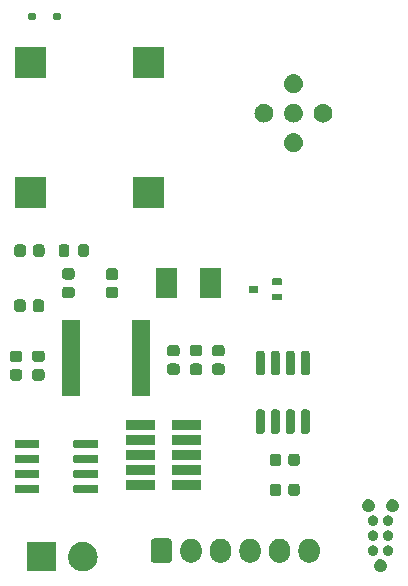
<source format=gbr>
G04 #@! TF.GenerationSoftware,KiCad,Pcbnew,7.0.5*
G04 #@! TF.CreationDate,2023-07-03T11:33:58+02:00*
G04 #@! TF.ProjectId,STM32CAN,53544d33-3243-4414-9e2e-6b696361645f,rev?*
G04 #@! TF.SameCoordinates,Original*
G04 #@! TF.FileFunction,Soldermask,Top*
G04 #@! TF.FilePolarity,Negative*
%FSLAX46Y46*%
G04 Gerber Fmt 4.6, Leading zero omitted, Abs format (unit mm)*
G04 Created by KiCad (PCBNEW 7.0.5) date 2023-07-03 11:33:58*
%MOMM*%
%LPD*%
G01*
G04 APERTURE LIST*
G04 APERTURE END LIST*
G36*
X47789188Y-100550396D02*
G01*
X47817761Y-100550396D01*
X47850524Y-100558471D01*
X47893445Y-100564122D01*
X47922824Y-100576291D01*
X47945467Y-100581872D01*
X47979797Y-100599890D01*
X48025250Y-100618717D01*
X48045987Y-100634629D01*
X48061925Y-100642994D01*
X48094509Y-100671861D01*
X48138434Y-100705566D01*
X48150918Y-100721835D01*
X48160373Y-100730212D01*
X48187487Y-100769494D01*
X48225283Y-100818750D01*
X48230979Y-100832502D01*
X48235089Y-100838456D01*
X48252917Y-100885465D01*
X48279878Y-100950555D01*
X48281088Y-100959746D01*
X48281727Y-100961431D01*
X48286676Y-101002196D01*
X48298500Y-101092000D01*
X48286674Y-101181819D01*
X48281727Y-101222568D01*
X48281088Y-101224252D01*
X48279878Y-101233445D01*
X48252912Y-101298545D01*
X48235089Y-101345543D01*
X48230980Y-101351495D01*
X48225283Y-101365250D01*
X48187480Y-101414514D01*
X48160373Y-101453787D01*
X48150920Y-101462161D01*
X48138434Y-101478434D01*
X48094501Y-101512144D01*
X48061925Y-101541005D01*
X48045991Y-101549367D01*
X48025250Y-101565283D01*
X47979788Y-101584113D01*
X47945467Y-101602127D01*
X47922829Y-101607706D01*
X47893445Y-101619878D01*
X47850522Y-101625529D01*
X47817761Y-101633604D01*
X47789188Y-101633604D01*
X47752000Y-101638500D01*
X47714812Y-101633604D01*
X47686239Y-101633604D01*
X47653477Y-101625528D01*
X47610555Y-101619878D01*
X47581172Y-101607707D01*
X47558532Y-101602127D01*
X47524206Y-101584111D01*
X47478750Y-101565283D01*
X47458010Y-101549369D01*
X47442074Y-101541005D01*
X47409491Y-101512138D01*
X47365566Y-101478434D01*
X47353081Y-101462164D01*
X47343626Y-101453787D01*
X47316509Y-101414501D01*
X47278717Y-101365250D01*
X47273021Y-101351499D01*
X47268910Y-101345543D01*
X47251075Y-101298516D01*
X47224122Y-101233445D01*
X47222912Y-101224256D01*
X47222272Y-101222568D01*
X47217311Y-101181717D01*
X47205500Y-101092000D01*
X47217310Y-101002290D01*
X47222272Y-100961431D01*
X47222912Y-100959742D01*
X47224122Y-100950555D01*
X47251070Y-100885494D01*
X47268910Y-100838456D01*
X47273022Y-100832498D01*
X47278717Y-100818750D01*
X47316502Y-100769507D01*
X47343626Y-100730212D01*
X47353084Y-100721832D01*
X47365566Y-100705566D01*
X47409482Y-100671867D01*
X47442074Y-100642994D01*
X47458014Y-100634627D01*
X47478750Y-100618717D01*
X47524197Y-100599892D01*
X47558532Y-100581872D01*
X47581176Y-100576290D01*
X47610555Y-100564122D01*
X47653475Y-100558471D01*
X47686239Y-100550396D01*
X47714812Y-100550396D01*
X47752000Y-100545500D01*
X47789188Y-100550396D01*
G37*
G36*
X20269517Y-99082882D02*
G01*
X20286062Y-99093938D01*
X20297118Y-99110483D01*
X20301000Y-99130000D01*
X20301000Y-101530000D01*
X20297118Y-101549517D01*
X20286062Y-101566062D01*
X20269517Y-101577118D01*
X20250000Y-101581000D01*
X17850000Y-101581000D01*
X17830483Y-101577118D01*
X17813938Y-101566062D01*
X17802882Y-101549517D01*
X17799000Y-101530000D01*
X17799000Y-99130000D01*
X17802882Y-99110483D01*
X17813938Y-99093938D01*
X17830483Y-99082882D01*
X17850000Y-99079000D01*
X20250000Y-99079000D01*
X20269517Y-99082882D01*
G37*
G36*
X22603720Y-99083700D02*
G01*
X22653273Y-99083700D01*
X22707891Y-99092814D01*
X22767234Y-99098006D01*
X22813834Y-99110492D01*
X22856997Y-99117695D01*
X22914900Y-99137573D01*
X22977867Y-99154445D01*
X23016438Y-99172430D01*
X23052349Y-99184759D01*
X23111347Y-99216687D01*
X23175500Y-99246602D01*
X23205701Y-99267749D01*
X23233995Y-99283061D01*
X23291590Y-99327889D01*
X23354127Y-99371678D01*
X23376167Y-99393718D01*
X23396987Y-99409923D01*
X23450470Y-99468021D01*
X23508322Y-99525873D01*
X23522924Y-99546727D01*
X23536878Y-99561885D01*
X23583430Y-99633139D01*
X23633398Y-99704500D01*
X23641738Y-99722385D01*
X23649843Y-99734791D01*
X23686635Y-99818668D01*
X23725555Y-99902133D01*
X23729179Y-99915658D01*
X23732813Y-99923943D01*
X23757144Y-100020025D01*
X23781994Y-100112766D01*
X23782714Y-100121000D01*
X23783515Y-100124162D01*
X23792893Y-100237345D01*
X23801000Y-100330000D01*
X23792891Y-100422681D01*
X23783515Y-100535837D01*
X23782714Y-100538997D01*
X23781994Y-100547234D01*
X23757139Y-100639991D01*
X23732813Y-100736056D01*
X23729179Y-100744338D01*
X23725555Y-100757867D01*
X23686627Y-100841347D01*
X23649843Y-100925208D01*
X23641739Y-100937611D01*
X23633398Y-100955500D01*
X23583421Y-101026874D01*
X23536878Y-101098114D01*
X23522927Y-101113268D01*
X23508322Y-101134127D01*
X23450458Y-101191990D01*
X23396987Y-101250076D01*
X23376172Y-101266276D01*
X23354127Y-101288322D01*
X23291577Y-101332119D01*
X23233995Y-101376938D01*
X23205707Y-101392246D01*
X23175500Y-101413398D01*
X23111334Y-101443318D01*
X23052349Y-101475240D01*
X23016446Y-101487565D01*
X22977867Y-101505555D01*
X22914887Y-101522430D01*
X22856997Y-101542304D01*
X22813842Y-101549505D01*
X22767234Y-101561994D01*
X22707888Y-101567186D01*
X22653273Y-101576300D01*
X22603720Y-101576300D01*
X22550000Y-101581000D01*
X22496280Y-101576300D01*
X22446727Y-101576300D01*
X22392111Y-101567186D01*
X22332766Y-101561994D01*
X22286159Y-101549505D01*
X22243002Y-101542304D01*
X22185108Y-101522429D01*
X22122133Y-101505555D01*
X22083556Y-101487566D01*
X22047650Y-101475240D01*
X21988658Y-101443315D01*
X21924500Y-101413398D01*
X21894295Y-101392248D01*
X21866004Y-101376938D01*
X21808412Y-101332112D01*
X21745873Y-101288322D01*
X21723831Y-101266280D01*
X21703012Y-101250076D01*
X21649528Y-101191977D01*
X21591678Y-101134127D01*
X21577075Y-101113273D01*
X21563121Y-101098114D01*
X21516563Y-101026852D01*
X21466602Y-100955500D01*
X21458262Y-100937616D01*
X21450156Y-100925208D01*
X21413355Y-100841311D01*
X21374445Y-100757867D01*
X21370821Y-100744344D01*
X21367186Y-100736056D01*
X21342842Y-100639923D01*
X21318006Y-100547234D01*
X21317285Y-100539003D01*
X21316484Y-100535837D01*
X21307089Y-100422465D01*
X21299000Y-100330000D01*
X21307087Y-100237561D01*
X21316484Y-100124162D01*
X21317286Y-100120994D01*
X21318006Y-100112766D01*
X21342837Y-100020093D01*
X21367186Y-99923943D01*
X21370822Y-99915653D01*
X21374445Y-99902133D01*
X21413348Y-99818704D01*
X21450156Y-99734791D01*
X21458264Y-99722380D01*
X21466602Y-99704500D01*
X21516554Y-99633160D01*
X21563121Y-99561885D01*
X21577078Y-99546722D01*
X21591678Y-99525873D01*
X21649517Y-99468033D01*
X21703012Y-99409923D01*
X21723835Y-99393715D01*
X21745873Y-99371678D01*
X21808399Y-99327896D01*
X21866004Y-99283061D01*
X21894301Y-99267746D01*
X21924500Y-99246602D01*
X21988644Y-99216690D01*
X22047650Y-99184759D01*
X22083564Y-99172429D01*
X22122133Y-99154445D01*
X22185095Y-99137574D01*
X22243002Y-99117695D01*
X22286166Y-99110492D01*
X22332766Y-99098006D01*
X22392107Y-99092814D01*
X22446727Y-99083700D01*
X22496280Y-99083700D01*
X22550000Y-99079000D01*
X22603720Y-99083700D01*
G37*
G36*
X29878914Y-98803995D02*
G01*
X29894726Y-98810976D01*
X29902531Y-98812213D01*
X29935039Y-98828776D01*
X29980106Y-98848676D01*
X30058324Y-98926894D01*
X30078226Y-98971967D01*
X30094786Y-99004468D01*
X30096021Y-99012270D01*
X30103005Y-99028086D01*
X30111000Y-99097000D01*
X30111000Y-100547000D01*
X30103005Y-100615914D01*
X30096021Y-100631729D01*
X30094786Y-100639531D01*
X30078229Y-100672024D01*
X30058324Y-100717106D01*
X29980106Y-100795324D01*
X29935024Y-100815229D01*
X29902531Y-100831786D01*
X29894729Y-100833021D01*
X29878914Y-100840005D01*
X29810000Y-100848000D01*
X28610000Y-100848000D01*
X28541086Y-100840005D01*
X28525270Y-100833021D01*
X28517468Y-100831786D01*
X28484967Y-100815226D01*
X28439894Y-100795324D01*
X28361676Y-100717106D01*
X28341776Y-100672039D01*
X28325213Y-100639531D01*
X28323976Y-100631726D01*
X28316995Y-100615914D01*
X28309000Y-100547000D01*
X28309000Y-99097000D01*
X28316995Y-99028086D01*
X28323976Y-99012274D01*
X28325213Y-99004468D01*
X28341780Y-98971953D01*
X28361676Y-98926894D01*
X28439894Y-98848676D01*
X28484953Y-98828780D01*
X28517468Y-98812213D01*
X28525274Y-98810976D01*
X28541086Y-98803995D01*
X28610000Y-98796000D01*
X29810000Y-98796000D01*
X29878914Y-98803995D01*
G37*
G36*
X31753983Y-98800936D02*
G01*
X31804180Y-98800936D01*
X31847524Y-98810149D01*
X31885659Y-98813905D01*
X31933566Y-98828437D01*
X31988424Y-98840098D01*
X32023530Y-98855728D01*
X32054566Y-98865143D01*
X32103884Y-98891504D01*
X32160500Y-98916711D01*
X32186822Y-98935835D01*
X32210232Y-98948348D01*
X32257988Y-98987540D01*
X32312887Y-99027427D01*
X32330711Y-99047223D01*
X32346675Y-99060324D01*
X32389572Y-99112594D01*
X32438924Y-99167405D01*
X32449292Y-99185363D01*
X32458651Y-99196767D01*
X32493273Y-99261542D01*
X32533104Y-99330530D01*
X32537685Y-99344630D01*
X32541856Y-99352433D01*
X32564852Y-99428242D01*
X32591311Y-99509672D01*
X32592242Y-99518532D01*
X32593094Y-99521340D01*
X32601387Y-99605539D01*
X32611000Y-99697000D01*
X32611000Y-99947000D01*
X32601385Y-100038475D01*
X32593094Y-100122659D01*
X32592242Y-100125466D01*
X32591311Y-100134328D01*
X32564848Y-100215771D01*
X32541856Y-100291566D01*
X32537686Y-100299366D01*
X32533104Y-100313470D01*
X32493266Y-100382470D01*
X32458651Y-100447232D01*
X32449294Y-100458633D01*
X32438924Y-100476595D01*
X32389563Y-100531415D01*
X32346675Y-100583675D01*
X32330714Y-100596773D01*
X32312887Y-100616573D01*
X32257977Y-100656467D01*
X32210232Y-100695651D01*
X32186827Y-100708161D01*
X32160500Y-100727289D01*
X32103873Y-100752500D01*
X32054566Y-100778856D01*
X32023537Y-100788268D01*
X31988424Y-100803902D01*
X31933555Y-100815564D01*
X31885659Y-100830094D01*
X31847533Y-100833849D01*
X31804180Y-100843064D01*
X31753972Y-100843064D01*
X31709999Y-100847395D01*
X31666026Y-100843064D01*
X31615820Y-100843064D01*
X31572467Y-100833849D01*
X31534340Y-100830094D01*
X31486441Y-100815563D01*
X31431576Y-100803902D01*
X31396464Y-100788269D01*
X31365433Y-100778856D01*
X31316120Y-100752498D01*
X31259500Y-100727289D01*
X31233175Y-100708163D01*
X31209767Y-100695651D01*
X31162013Y-100656460D01*
X31107113Y-100616573D01*
X31089287Y-100596776D01*
X31073324Y-100583675D01*
X31030425Y-100531402D01*
X30981076Y-100476595D01*
X30970708Y-100458637D01*
X30961348Y-100447232D01*
X30926719Y-100382447D01*
X30886896Y-100313470D01*
X30882315Y-100299371D01*
X30878143Y-100291566D01*
X30855136Y-100215725D01*
X30828689Y-100134328D01*
X30827758Y-100125471D01*
X30826905Y-100122659D01*
X30818605Y-100038394D01*
X30809000Y-99947000D01*
X30809000Y-99697000D01*
X30818604Y-99605620D01*
X30826905Y-99521340D01*
X30827758Y-99518527D01*
X30828689Y-99509672D01*
X30855132Y-99428288D01*
X30878143Y-99352433D01*
X30882315Y-99344626D01*
X30886896Y-99330530D01*
X30926712Y-99261565D01*
X30961348Y-99196767D01*
X30970710Y-99185359D01*
X30981076Y-99167405D01*
X31030416Y-99112607D01*
X31073324Y-99060324D01*
X31089291Y-99047219D01*
X31107113Y-99027427D01*
X31162002Y-98987546D01*
X31209767Y-98948348D01*
X31233180Y-98935833D01*
X31259500Y-98916711D01*
X31316109Y-98891506D01*
X31365433Y-98865143D01*
X31396471Y-98855727D01*
X31431576Y-98840098D01*
X31486430Y-98828438D01*
X31534340Y-98813905D01*
X31572476Y-98810148D01*
X31615820Y-98800936D01*
X31666016Y-98800936D01*
X31710000Y-98796604D01*
X31753983Y-98800936D01*
G37*
G36*
X34253983Y-98800936D02*
G01*
X34304180Y-98800936D01*
X34347524Y-98810149D01*
X34385659Y-98813905D01*
X34433566Y-98828437D01*
X34488424Y-98840098D01*
X34523530Y-98855728D01*
X34554566Y-98865143D01*
X34603884Y-98891504D01*
X34660500Y-98916711D01*
X34686822Y-98935835D01*
X34710232Y-98948348D01*
X34757988Y-98987540D01*
X34812887Y-99027427D01*
X34830711Y-99047223D01*
X34846675Y-99060324D01*
X34889572Y-99112594D01*
X34938924Y-99167405D01*
X34949292Y-99185363D01*
X34958651Y-99196767D01*
X34993273Y-99261542D01*
X35033104Y-99330530D01*
X35037685Y-99344630D01*
X35041856Y-99352433D01*
X35064852Y-99428242D01*
X35091311Y-99509672D01*
X35092242Y-99518532D01*
X35093094Y-99521340D01*
X35101387Y-99605539D01*
X35111000Y-99697000D01*
X35111000Y-99947000D01*
X35101385Y-100038475D01*
X35093094Y-100122659D01*
X35092242Y-100125466D01*
X35091311Y-100134328D01*
X35064848Y-100215771D01*
X35041856Y-100291566D01*
X35037686Y-100299366D01*
X35033104Y-100313470D01*
X34993266Y-100382470D01*
X34958651Y-100447232D01*
X34949294Y-100458633D01*
X34938924Y-100476595D01*
X34889563Y-100531415D01*
X34846675Y-100583675D01*
X34830714Y-100596773D01*
X34812887Y-100616573D01*
X34757977Y-100656467D01*
X34710232Y-100695651D01*
X34686827Y-100708161D01*
X34660500Y-100727289D01*
X34603873Y-100752500D01*
X34554566Y-100778856D01*
X34523537Y-100788268D01*
X34488424Y-100803902D01*
X34433555Y-100815564D01*
X34385659Y-100830094D01*
X34347532Y-100833849D01*
X34304180Y-100843064D01*
X34253973Y-100843064D01*
X34210000Y-100847395D01*
X34166027Y-100843064D01*
X34115820Y-100843064D01*
X34072467Y-100833849D01*
X34034340Y-100830094D01*
X33986441Y-100815563D01*
X33931576Y-100803902D01*
X33896464Y-100788269D01*
X33865433Y-100778856D01*
X33816120Y-100752498D01*
X33759500Y-100727289D01*
X33733175Y-100708163D01*
X33709767Y-100695651D01*
X33662013Y-100656460D01*
X33607113Y-100616573D01*
X33589287Y-100596776D01*
X33573324Y-100583675D01*
X33530425Y-100531402D01*
X33481076Y-100476595D01*
X33470708Y-100458637D01*
X33461348Y-100447232D01*
X33426719Y-100382447D01*
X33386896Y-100313470D01*
X33382315Y-100299371D01*
X33378143Y-100291566D01*
X33355136Y-100215725D01*
X33328689Y-100134328D01*
X33327758Y-100125471D01*
X33326905Y-100122659D01*
X33318605Y-100038394D01*
X33309000Y-99947000D01*
X33309000Y-99697000D01*
X33318604Y-99605620D01*
X33326905Y-99521340D01*
X33327758Y-99518527D01*
X33328689Y-99509672D01*
X33355132Y-99428288D01*
X33378143Y-99352433D01*
X33382315Y-99344626D01*
X33386896Y-99330530D01*
X33426712Y-99261565D01*
X33461348Y-99196767D01*
X33470710Y-99185359D01*
X33481076Y-99167405D01*
X33530416Y-99112607D01*
X33573324Y-99060324D01*
X33589291Y-99047219D01*
X33607113Y-99027427D01*
X33662002Y-98987546D01*
X33709767Y-98948348D01*
X33733180Y-98935833D01*
X33759500Y-98916711D01*
X33816109Y-98891506D01*
X33865433Y-98865143D01*
X33896471Y-98855727D01*
X33931576Y-98840098D01*
X33986430Y-98828438D01*
X34034340Y-98813905D01*
X34072476Y-98810148D01*
X34115820Y-98800936D01*
X34166016Y-98800936D01*
X34209999Y-98796604D01*
X34253983Y-98800936D01*
G37*
G36*
X36753983Y-98800936D02*
G01*
X36804180Y-98800936D01*
X36847524Y-98810149D01*
X36885659Y-98813905D01*
X36933566Y-98828437D01*
X36988424Y-98840098D01*
X37023530Y-98855728D01*
X37054566Y-98865143D01*
X37103884Y-98891504D01*
X37160500Y-98916711D01*
X37186822Y-98935835D01*
X37210232Y-98948348D01*
X37257988Y-98987540D01*
X37312887Y-99027427D01*
X37330711Y-99047223D01*
X37346675Y-99060324D01*
X37389572Y-99112594D01*
X37438924Y-99167405D01*
X37449292Y-99185363D01*
X37458651Y-99196767D01*
X37493273Y-99261542D01*
X37533104Y-99330530D01*
X37537685Y-99344630D01*
X37541856Y-99352433D01*
X37564852Y-99428242D01*
X37591311Y-99509672D01*
X37592242Y-99518532D01*
X37593094Y-99521340D01*
X37601387Y-99605539D01*
X37611000Y-99697000D01*
X37611000Y-99947000D01*
X37601385Y-100038475D01*
X37593094Y-100122659D01*
X37592242Y-100125466D01*
X37591311Y-100134328D01*
X37564848Y-100215771D01*
X37541856Y-100291566D01*
X37537686Y-100299366D01*
X37533104Y-100313470D01*
X37493266Y-100382470D01*
X37458651Y-100447232D01*
X37449294Y-100458633D01*
X37438924Y-100476595D01*
X37389563Y-100531415D01*
X37346675Y-100583675D01*
X37330714Y-100596773D01*
X37312887Y-100616573D01*
X37257977Y-100656467D01*
X37210232Y-100695651D01*
X37186827Y-100708161D01*
X37160500Y-100727289D01*
X37103873Y-100752500D01*
X37054566Y-100778856D01*
X37023537Y-100788268D01*
X36988424Y-100803902D01*
X36933555Y-100815564D01*
X36885659Y-100830094D01*
X36847532Y-100833849D01*
X36804180Y-100843064D01*
X36753973Y-100843064D01*
X36710000Y-100847395D01*
X36666027Y-100843064D01*
X36615820Y-100843064D01*
X36572467Y-100833849D01*
X36534340Y-100830094D01*
X36486441Y-100815563D01*
X36431576Y-100803902D01*
X36396464Y-100788269D01*
X36365433Y-100778856D01*
X36316120Y-100752498D01*
X36259500Y-100727289D01*
X36233175Y-100708163D01*
X36209767Y-100695651D01*
X36162013Y-100656460D01*
X36107113Y-100616573D01*
X36089287Y-100596776D01*
X36073324Y-100583675D01*
X36030425Y-100531402D01*
X35981076Y-100476595D01*
X35970708Y-100458637D01*
X35961348Y-100447232D01*
X35926719Y-100382447D01*
X35886896Y-100313470D01*
X35882315Y-100299371D01*
X35878143Y-100291566D01*
X35855136Y-100215725D01*
X35828689Y-100134328D01*
X35827758Y-100125471D01*
X35826905Y-100122659D01*
X35818605Y-100038394D01*
X35809000Y-99947000D01*
X35809000Y-99697000D01*
X35818604Y-99605620D01*
X35826905Y-99521340D01*
X35827758Y-99518527D01*
X35828689Y-99509672D01*
X35855132Y-99428288D01*
X35878143Y-99352433D01*
X35882315Y-99344626D01*
X35886896Y-99330530D01*
X35926712Y-99261565D01*
X35961348Y-99196767D01*
X35970710Y-99185359D01*
X35981076Y-99167405D01*
X36030416Y-99112607D01*
X36073324Y-99060324D01*
X36089291Y-99047219D01*
X36107113Y-99027427D01*
X36162002Y-98987546D01*
X36209767Y-98948348D01*
X36233180Y-98935833D01*
X36259500Y-98916711D01*
X36316109Y-98891506D01*
X36365433Y-98865143D01*
X36396471Y-98855727D01*
X36431576Y-98840098D01*
X36486430Y-98828438D01*
X36534340Y-98813905D01*
X36572476Y-98810148D01*
X36615820Y-98800936D01*
X36666016Y-98800936D01*
X36710000Y-98796604D01*
X36753983Y-98800936D01*
G37*
G36*
X39253983Y-98800936D02*
G01*
X39304180Y-98800936D01*
X39347524Y-98810149D01*
X39385659Y-98813905D01*
X39433566Y-98828437D01*
X39488424Y-98840098D01*
X39523530Y-98855728D01*
X39554566Y-98865143D01*
X39603884Y-98891504D01*
X39660500Y-98916711D01*
X39686822Y-98935835D01*
X39710232Y-98948348D01*
X39757988Y-98987540D01*
X39812887Y-99027427D01*
X39830711Y-99047223D01*
X39846675Y-99060324D01*
X39889572Y-99112594D01*
X39938924Y-99167405D01*
X39949292Y-99185363D01*
X39958651Y-99196767D01*
X39993273Y-99261542D01*
X40033104Y-99330530D01*
X40037685Y-99344630D01*
X40041856Y-99352433D01*
X40064852Y-99428242D01*
X40091311Y-99509672D01*
X40092242Y-99518532D01*
X40093094Y-99521340D01*
X40101387Y-99605539D01*
X40111000Y-99697000D01*
X40111000Y-99947000D01*
X40101385Y-100038475D01*
X40093094Y-100122659D01*
X40092242Y-100125466D01*
X40091311Y-100134328D01*
X40064848Y-100215771D01*
X40041856Y-100291566D01*
X40037686Y-100299366D01*
X40033104Y-100313470D01*
X39993266Y-100382470D01*
X39958651Y-100447232D01*
X39949294Y-100458633D01*
X39938924Y-100476595D01*
X39889563Y-100531415D01*
X39846675Y-100583675D01*
X39830714Y-100596773D01*
X39812887Y-100616573D01*
X39757977Y-100656467D01*
X39710232Y-100695651D01*
X39686827Y-100708161D01*
X39660500Y-100727289D01*
X39603873Y-100752500D01*
X39554566Y-100778856D01*
X39523537Y-100788268D01*
X39488424Y-100803902D01*
X39433555Y-100815564D01*
X39385659Y-100830094D01*
X39347533Y-100833849D01*
X39304180Y-100843064D01*
X39253972Y-100843064D01*
X39209999Y-100847395D01*
X39166026Y-100843064D01*
X39115820Y-100843064D01*
X39072467Y-100833849D01*
X39034340Y-100830094D01*
X38986441Y-100815563D01*
X38931576Y-100803902D01*
X38896464Y-100788269D01*
X38865433Y-100778856D01*
X38816120Y-100752498D01*
X38759500Y-100727289D01*
X38733175Y-100708163D01*
X38709767Y-100695651D01*
X38662013Y-100656460D01*
X38607113Y-100616573D01*
X38589287Y-100596776D01*
X38573324Y-100583675D01*
X38530425Y-100531402D01*
X38481076Y-100476595D01*
X38470708Y-100458637D01*
X38461348Y-100447232D01*
X38426719Y-100382447D01*
X38386896Y-100313470D01*
X38382315Y-100299371D01*
X38378143Y-100291566D01*
X38355136Y-100215725D01*
X38328689Y-100134328D01*
X38327758Y-100125471D01*
X38326905Y-100122659D01*
X38318605Y-100038394D01*
X38309000Y-99947000D01*
X38309000Y-99697000D01*
X38318604Y-99605620D01*
X38326905Y-99521340D01*
X38327758Y-99518527D01*
X38328689Y-99509672D01*
X38355132Y-99428288D01*
X38378143Y-99352433D01*
X38382315Y-99344626D01*
X38386896Y-99330530D01*
X38426712Y-99261565D01*
X38461348Y-99196767D01*
X38470710Y-99185359D01*
X38481076Y-99167405D01*
X38530416Y-99112607D01*
X38573324Y-99060324D01*
X38589291Y-99047219D01*
X38607113Y-99027427D01*
X38662002Y-98987546D01*
X38709767Y-98948348D01*
X38733180Y-98935833D01*
X38759500Y-98916711D01*
X38816109Y-98891506D01*
X38865433Y-98865143D01*
X38896471Y-98855727D01*
X38931576Y-98840098D01*
X38986430Y-98828438D01*
X39034340Y-98813905D01*
X39072476Y-98810148D01*
X39115820Y-98800936D01*
X39166016Y-98800936D01*
X39209999Y-98796604D01*
X39253983Y-98800936D01*
G37*
G36*
X41753983Y-98800936D02*
G01*
X41804180Y-98800936D01*
X41847524Y-98810149D01*
X41885659Y-98813905D01*
X41933566Y-98828437D01*
X41988424Y-98840098D01*
X42023530Y-98855728D01*
X42054566Y-98865143D01*
X42103884Y-98891504D01*
X42160500Y-98916711D01*
X42186822Y-98935835D01*
X42210232Y-98948348D01*
X42257988Y-98987540D01*
X42312887Y-99027427D01*
X42330711Y-99047223D01*
X42346675Y-99060324D01*
X42389572Y-99112594D01*
X42438924Y-99167405D01*
X42449292Y-99185363D01*
X42458651Y-99196767D01*
X42493273Y-99261542D01*
X42533104Y-99330530D01*
X42537685Y-99344630D01*
X42541856Y-99352433D01*
X42564852Y-99428242D01*
X42591311Y-99509672D01*
X42592242Y-99518532D01*
X42593094Y-99521340D01*
X42601387Y-99605539D01*
X42611000Y-99697000D01*
X42611000Y-99947000D01*
X42601385Y-100038475D01*
X42593094Y-100122659D01*
X42592242Y-100125466D01*
X42591311Y-100134328D01*
X42564848Y-100215771D01*
X42541856Y-100291566D01*
X42537686Y-100299366D01*
X42533104Y-100313470D01*
X42493266Y-100382470D01*
X42458651Y-100447232D01*
X42449294Y-100458633D01*
X42438924Y-100476595D01*
X42389563Y-100531415D01*
X42346675Y-100583675D01*
X42330714Y-100596773D01*
X42312887Y-100616573D01*
X42257977Y-100656467D01*
X42210232Y-100695651D01*
X42186827Y-100708161D01*
X42160500Y-100727289D01*
X42103873Y-100752500D01*
X42054566Y-100778856D01*
X42023537Y-100788268D01*
X41988424Y-100803902D01*
X41933555Y-100815564D01*
X41885659Y-100830094D01*
X41847533Y-100833849D01*
X41804180Y-100843064D01*
X41753972Y-100843064D01*
X41709999Y-100847395D01*
X41666026Y-100843064D01*
X41615820Y-100843064D01*
X41572467Y-100833849D01*
X41534340Y-100830094D01*
X41486441Y-100815563D01*
X41431576Y-100803902D01*
X41396464Y-100788269D01*
X41365433Y-100778856D01*
X41316120Y-100752498D01*
X41259500Y-100727289D01*
X41233175Y-100708163D01*
X41209767Y-100695651D01*
X41162013Y-100656460D01*
X41107113Y-100616573D01*
X41089287Y-100596776D01*
X41073324Y-100583675D01*
X41030425Y-100531402D01*
X40981076Y-100476595D01*
X40970708Y-100458637D01*
X40961348Y-100447232D01*
X40926719Y-100382447D01*
X40886896Y-100313470D01*
X40882315Y-100299371D01*
X40878143Y-100291566D01*
X40855136Y-100215725D01*
X40828689Y-100134328D01*
X40827758Y-100125471D01*
X40826905Y-100122659D01*
X40818605Y-100038394D01*
X40809000Y-99947000D01*
X40809000Y-99697000D01*
X40818604Y-99605620D01*
X40826905Y-99521340D01*
X40827758Y-99518527D01*
X40828689Y-99509672D01*
X40855132Y-99428288D01*
X40878143Y-99352433D01*
X40882315Y-99344626D01*
X40886896Y-99330530D01*
X40926712Y-99261565D01*
X40961348Y-99196767D01*
X40970710Y-99185359D01*
X40981076Y-99167405D01*
X41030416Y-99112607D01*
X41073324Y-99060324D01*
X41089291Y-99047219D01*
X41107113Y-99027427D01*
X41162002Y-98987546D01*
X41209767Y-98948348D01*
X41233180Y-98935833D01*
X41259500Y-98916711D01*
X41316109Y-98891506D01*
X41365433Y-98865143D01*
X41396471Y-98855727D01*
X41431576Y-98840098D01*
X41486430Y-98828438D01*
X41534340Y-98813905D01*
X41572476Y-98810148D01*
X41615820Y-98800936D01*
X41666016Y-98800936D01*
X41710000Y-98796604D01*
X41753983Y-98800936D01*
G37*
G36*
X47143174Y-99382024D02*
G01*
X47180259Y-99382024D01*
X47210402Y-99390875D01*
X47231767Y-99393688D01*
X47260466Y-99405575D01*
X47301652Y-99417669D01*
X47323389Y-99431638D01*
X47338711Y-99437985D01*
X47366783Y-99459525D01*
X47408086Y-99486069D01*
X47421401Y-99501435D01*
X47430545Y-99508452D01*
X47454251Y-99539347D01*
X47490937Y-99581685D01*
X47497110Y-99595202D01*
X47501014Y-99600290D01*
X47516424Y-99637493D01*
X47543495Y-99696770D01*
X47544833Y-99706080D01*
X47545311Y-99707233D01*
X47548697Y-99732956D01*
X47561500Y-99822000D01*
X47548697Y-99911047D01*
X47545311Y-99936767D01*
X47544833Y-99937919D01*
X47543495Y-99947230D01*
X47516427Y-100006499D01*
X47501014Y-100043711D01*
X47497109Y-100048799D01*
X47490937Y-100062315D01*
X47454250Y-100104653D01*
X47430546Y-100135546D01*
X47421404Y-100142560D01*
X47408086Y-100157931D01*
X47366774Y-100184479D01*
X47338711Y-100206014D01*
X47323394Y-100212358D01*
X47301652Y-100226331D01*
X47260458Y-100238426D01*
X47231767Y-100250311D01*
X47210409Y-100253122D01*
X47180259Y-100261976D01*
X47143165Y-100261976D01*
X47116999Y-100265421D01*
X47090833Y-100261976D01*
X47053741Y-100261976D01*
X47023591Y-100253123D01*
X47002232Y-100250311D01*
X46973538Y-100238425D01*
X46932348Y-100226331D01*
X46910607Y-100212359D01*
X46895288Y-100206014D01*
X46867218Y-100184475D01*
X46825914Y-100157931D01*
X46812597Y-100142563D01*
X46803453Y-100135546D01*
X46779740Y-100104643D01*
X46743063Y-100062315D01*
X46736892Y-100048802D01*
X46732985Y-100043711D01*
X46717562Y-100006476D01*
X46690505Y-99947230D01*
X46689166Y-99937923D01*
X46688688Y-99936767D01*
X46685290Y-99910962D01*
X46672500Y-99822000D01*
X46685290Y-99733037D01*
X46688688Y-99707233D01*
X46689166Y-99706076D01*
X46690505Y-99696770D01*
X46717565Y-99637517D01*
X46732985Y-99600290D01*
X46736891Y-99595199D01*
X46743063Y-99581685D01*
X46779738Y-99539359D01*
X46803453Y-99508453D01*
X46812599Y-99501434D01*
X46825914Y-99486069D01*
X46867219Y-99459523D01*
X46895290Y-99437985D01*
X46910608Y-99431639D01*
X46932348Y-99417669D01*
X46973534Y-99405575D01*
X47002233Y-99393688D01*
X47023597Y-99390875D01*
X47053741Y-99382024D01*
X47090826Y-99382024D01*
X47117000Y-99378578D01*
X47143174Y-99382024D01*
G37*
G36*
X48413174Y-99382024D02*
G01*
X48450259Y-99382024D01*
X48480402Y-99390875D01*
X48501767Y-99393688D01*
X48530466Y-99405575D01*
X48571652Y-99417669D01*
X48593389Y-99431638D01*
X48608711Y-99437985D01*
X48636783Y-99459525D01*
X48678086Y-99486069D01*
X48691401Y-99501435D01*
X48700545Y-99508452D01*
X48724251Y-99539347D01*
X48760937Y-99581685D01*
X48767110Y-99595202D01*
X48771014Y-99600290D01*
X48786424Y-99637493D01*
X48813495Y-99696770D01*
X48814833Y-99706080D01*
X48815311Y-99707233D01*
X48818697Y-99732954D01*
X48831500Y-99822000D01*
X48818697Y-99911045D01*
X48815311Y-99936767D01*
X48814833Y-99937919D01*
X48813495Y-99947230D01*
X48786427Y-100006499D01*
X48771014Y-100043711D01*
X48767109Y-100048799D01*
X48760937Y-100062315D01*
X48724250Y-100104653D01*
X48700546Y-100135546D01*
X48691404Y-100142560D01*
X48678086Y-100157931D01*
X48636774Y-100184479D01*
X48608711Y-100206014D01*
X48593394Y-100212358D01*
X48571652Y-100226331D01*
X48530458Y-100238426D01*
X48501767Y-100250311D01*
X48480409Y-100253122D01*
X48450259Y-100261976D01*
X48413166Y-100261976D01*
X48387000Y-100265421D01*
X48360834Y-100261976D01*
X48323741Y-100261976D01*
X48293591Y-100253123D01*
X48272232Y-100250311D01*
X48243538Y-100238425D01*
X48202348Y-100226331D01*
X48180607Y-100212359D01*
X48165288Y-100206014D01*
X48137218Y-100184475D01*
X48095914Y-100157931D01*
X48082597Y-100142563D01*
X48073453Y-100135546D01*
X48049740Y-100104643D01*
X48013063Y-100062315D01*
X48006892Y-100048802D01*
X48002985Y-100043711D01*
X47987562Y-100006476D01*
X47960505Y-99947230D01*
X47959166Y-99937923D01*
X47958688Y-99936767D01*
X47955290Y-99910962D01*
X47942500Y-99822000D01*
X47955290Y-99733037D01*
X47958688Y-99707233D01*
X47959166Y-99706076D01*
X47960505Y-99696770D01*
X47987565Y-99637517D01*
X48002985Y-99600290D01*
X48006891Y-99595199D01*
X48013063Y-99581685D01*
X48049738Y-99539359D01*
X48073453Y-99508453D01*
X48082599Y-99501434D01*
X48095914Y-99486069D01*
X48137219Y-99459523D01*
X48165290Y-99437985D01*
X48180608Y-99431639D01*
X48202348Y-99417669D01*
X48243534Y-99405575D01*
X48272233Y-99393688D01*
X48293597Y-99390875D01*
X48323741Y-99382024D01*
X48360826Y-99382024D01*
X48387000Y-99378578D01*
X48413174Y-99382024D01*
G37*
G36*
X47143173Y-98112024D02*
G01*
X47180259Y-98112024D01*
X47210403Y-98120875D01*
X47231767Y-98123688D01*
X47260466Y-98135575D01*
X47301652Y-98147669D01*
X47323389Y-98161638D01*
X47338711Y-98167985D01*
X47366783Y-98189525D01*
X47408086Y-98216069D01*
X47421401Y-98231435D01*
X47430545Y-98238452D01*
X47454251Y-98269347D01*
X47490937Y-98311685D01*
X47497110Y-98325202D01*
X47501014Y-98330290D01*
X47516424Y-98367493D01*
X47543495Y-98426770D01*
X47544833Y-98436080D01*
X47545311Y-98437233D01*
X47548697Y-98462956D01*
X47561500Y-98552000D01*
X47548697Y-98641047D01*
X47545311Y-98666767D01*
X47544833Y-98667919D01*
X47543495Y-98677230D01*
X47516427Y-98736499D01*
X47501014Y-98773711D01*
X47497109Y-98778799D01*
X47490937Y-98792315D01*
X47454250Y-98834653D01*
X47430546Y-98865546D01*
X47421404Y-98872560D01*
X47408086Y-98887931D01*
X47366774Y-98914479D01*
X47338711Y-98936014D01*
X47323394Y-98942358D01*
X47301652Y-98956331D01*
X47260458Y-98968426D01*
X47231767Y-98980311D01*
X47210409Y-98983122D01*
X47180259Y-98991976D01*
X47143166Y-98991976D01*
X47117000Y-98995421D01*
X47090834Y-98991976D01*
X47053741Y-98991976D01*
X47023591Y-98983123D01*
X47002232Y-98980311D01*
X46973538Y-98968425D01*
X46932348Y-98956331D01*
X46910607Y-98942359D01*
X46895288Y-98936014D01*
X46867218Y-98914475D01*
X46825914Y-98887931D01*
X46812597Y-98872563D01*
X46803453Y-98865546D01*
X46779740Y-98834643D01*
X46743063Y-98792315D01*
X46736892Y-98778802D01*
X46732985Y-98773711D01*
X46717562Y-98736476D01*
X46690505Y-98677230D01*
X46689166Y-98667923D01*
X46688688Y-98666767D01*
X46685290Y-98640962D01*
X46672500Y-98552000D01*
X46685290Y-98463037D01*
X46688688Y-98437233D01*
X46689166Y-98436076D01*
X46690505Y-98426770D01*
X46717565Y-98367517D01*
X46732985Y-98330290D01*
X46736891Y-98325199D01*
X46743063Y-98311685D01*
X46779738Y-98269359D01*
X46803453Y-98238453D01*
X46812599Y-98231434D01*
X46825914Y-98216069D01*
X46867219Y-98189523D01*
X46895290Y-98167985D01*
X46910608Y-98161639D01*
X46932348Y-98147669D01*
X46973534Y-98135575D01*
X47002233Y-98123688D01*
X47023597Y-98120875D01*
X47053741Y-98112024D01*
X47090825Y-98112024D01*
X47116999Y-98108578D01*
X47143173Y-98112024D01*
G37*
G36*
X48413173Y-98112024D02*
G01*
X48450259Y-98112024D01*
X48480403Y-98120875D01*
X48501767Y-98123688D01*
X48530466Y-98135575D01*
X48571652Y-98147669D01*
X48593389Y-98161638D01*
X48608711Y-98167985D01*
X48636783Y-98189525D01*
X48678086Y-98216069D01*
X48691401Y-98231435D01*
X48700545Y-98238452D01*
X48724251Y-98269347D01*
X48760937Y-98311685D01*
X48767110Y-98325202D01*
X48771014Y-98330290D01*
X48786424Y-98367493D01*
X48813495Y-98426770D01*
X48814833Y-98436080D01*
X48815311Y-98437233D01*
X48818697Y-98462954D01*
X48831500Y-98552000D01*
X48818697Y-98641045D01*
X48815311Y-98666767D01*
X48814833Y-98667919D01*
X48813495Y-98677230D01*
X48786427Y-98736499D01*
X48771014Y-98773711D01*
X48767109Y-98778799D01*
X48760937Y-98792315D01*
X48724250Y-98834653D01*
X48700546Y-98865546D01*
X48691404Y-98872560D01*
X48678086Y-98887931D01*
X48636774Y-98914479D01*
X48608711Y-98936014D01*
X48593394Y-98942358D01*
X48571652Y-98956331D01*
X48530458Y-98968426D01*
X48501767Y-98980311D01*
X48480409Y-98983122D01*
X48450259Y-98991976D01*
X48413166Y-98991976D01*
X48387000Y-98995421D01*
X48360834Y-98991976D01*
X48323741Y-98991976D01*
X48293591Y-98983123D01*
X48272232Y-98980311D01*
X48243538Y-98968425D01*
X48202348Y-98956331D01*
X48180607Y-98942359D01*
X48165288Y-98936014D01*
X48137218Y-98914475D01*
X48095914Y-98887931D01*
X48082597Y-98872563D01*
X48073453Y-98865546D01*
X48049740Y-98834643D01*
X48013063Y-98792315D01*
X48006892Y-98778802D01*
X48002985Y-98773711D01*
X47987562Y-98736476D01*
X47960505Y-98677230D01*
X47959166Y-98667923D01*
X47958688Y-98666767D01*
X47955290Y-98640962D01*
X47942500Y-98552000D01*
X47955290Y-98463037D01*
X47958688Y-98437233D01*
X47959166Y-98436076D01*
X47960505Y-98426770D01*
X47987565Y-98367517D01*
X48002985Y-98330290D01*
X48006891Y-98325199D01*
X48013063Y-98311685D01*
X48049738Y-98269359D01*
X48073453Y-98238453D01*
X48082599Y-98231434D01*
X48095914Y-98216069D01*
X48137219Y-98189523D01*
X48165290Y-98167985D01*
X48180608Y-98161639D01*
X48202348Y-98147669D01*
X48243534Y-98135575D01*
X48272233Y-98123688D01*
X48293597Y-98120875D01*
X48323741Y-98112024D01*
X48360825Y-98112024D01*
X48386999Y-98108578D01*
X48413173Y-98112024D01*
G37*
G36*
X47143174Y-96842024D02*
G01*
X47180259Y-96842024D01*
X47210402Y-96850875D01*
X47231767Y-96853688D01*
X47260466Y-96865575D01*
X47301652Y-96877669D01*
X47323389Y-96891638D01*
X47338711Y-96897985D01*
X47366783Y-96919525D01*
X47408086Y-96946069D01*
X47421401Y-96961435D01*
X47430545Y-96968452D01*
X47454251Y-96999347D01*
X47490937Y-97041685D01*
X47497110Y-97055202D01*
X47501014Y-97060290D01*
X47516424Y-97097493D01*
X47543495Y-97156770D01*
X47544833Y-97166080D01*
X47545311Y-97167233D01*
X47548697Y-97192956D01*
X47561500Y-97282000D01*
X47548697Y-97371047D01*
X47545311Y-97396767D01*
X47544833Y-97397919D01*
X47543495Y-97407230D01*
X47516427Y-97466499D01*
X47501014Y-97503711D01*
X47497109Y-97508799D01*
X47490937Y-97522315D01*
X47454250Y-97564653D01*
X47430546Y-97595546D01*
X47421404Y-97602560D01*
X47408086Y-97617931D01*
X47366774Y-97644479D01*
X47338711Y-97666014D01*
X47323394Y-97672358D01*
X47301652Y-97686331D01*
X47260458Y-97698426D01*
X47231767Y-97710311D01*
X47210409Y-97713122D01*
X47180259Y-97721976D01*
X47143165Y-97721976D01*
X47116999Y-97725421D01*
X47090833Y-97721976D01*
X47053741Y-97721976D01*
X47023591Y-97713123D01*
X47002232Y-97710311D01*
X46973538Y-97698425D01*
X46932348Y-97686331D01*
X46910607Y-97672359D01*
X46895288Y-97666014D01*
X46867218Y-97644475D01*
X46825914Y-97617931D01*
X46812597Y-97602563D01*
X46803453Y-97595546D01*
X46779740Y-97564643D01*
X46743063Y-97522315D01*
X46736892Y-97508802D01*
X46732985Y-97503711D01*
X46717562Y-97466476D01*
X46690505Y-97407230D01*
X46689166Y-97397923D01*
X46688688Y-97396767D01*
X46685290Y-97370962D01*
X46672500Y-97282000D01*
X46685290Y-97193037D01*
X46688688Y-97167233D01*
X46689166Y-97166076D01*
X46690505Y-97156770D01*
X46717565Y-97097517D01*
X46732985Y-97060290D01*
X46736891Y-97055199D01*
X46743063Y-97041685D01*
X46779738Y-96999359D01*
X46803453Y-96968453D01*
X46812599Y-96961434D01*
X46825914Y-96946069D01*
X46867219Y-96919523D01*
X46895290Y-96897985D01*
X46910608Y-96891639D01*
X46932348Y-96877669D01*
X46973534Y-96865575D01*
X47002233Y-96853688D01*
X47023597Y-96850875D01*
X47053741Y-96842024D01*
X47090826Y-96842024D01*
X47117000Y-96838578D01*
X47143174Y-96842024D01*
G37*
G36*
X48413174Y-96842024D02*
G01*
X48450259Y-96842024D01*
X48480402Y-96850875D01*
X48501767Y-96853688D01*
X48530466Y-96865575D01*
X48571652Y-96877669D01*
X48593389Y-96891638D01*
X48608711Y-96897985D01*
X48636783Y-96919525D01*
X48678086Y-96946069D01*
X48691401Y-96961435D01*
X48700545Y-96968452D01*
X48724251Y-96999347D01*
X48760937Y-97041685D01*
X48767110Y-97055202D01*
X48771014Y-97060290D01*
X48786424Y-97097493D01*
X48813495Y-97156770D01*
X48814833Y-97166080D01*
X48815311Y-97167233D01*
X48818697Y-97192954D01*
X48831500Y-97282000D01*
X48818697Y-97371045D01*
X48815311Y-97396767D01*
X48814833Y-97397919D01*
X48813495Y-97407230D01*
X48786427Y-97466499D01*
X48771014Y-97503711D01*
X48767109Y-97508799D01*
X48760937Y-97522315D01*
X48724250Y-97564653D01*
X48700546Y-97595546D01*
X48691404Y-97602560D01*
X48678086Y-97617931D01*
X48636774Y-97644479D01*
X48608711Y-97666014D01*
X48593394Y-97672358D01*
X48571652Y-97686331D01*
X48530458Y-97698426D01*
X48501767Y-97710311D01*
X48480409Y-97713122D01*
X48450259Y-97721976D01*
X48413165Y-97721976D01*
X48386999Y-97725421D01*
X48360833Y-97721976D01*
X48323741Y-97721976D01*
X48293591Y-97713123D01*
X48272232Y-97710311D01*
X48243538Y-97698425D01*
X48202348Y-97686331D01*
X48180607Y-97672359D01*
X48165288Y-97666014D01*
X48137218Y-97644475D01*
X48095914Y-97617931D01*
X48082597Y-97602563D01*
X48073453Y-97595546D01*
X48049740Y-97564643D01*
X48013063Y-97522315D01*
X48006892Y-97508802D01*
X48002985Y-97503711D01*
X47987562Y-97466476D01*
X47960505Y-97407230D01*
X47959166Y-97397923D01*
X47958688Y-97396767D01*
X47955290Y-97370962D01*
X47942500Y-97282000D01*
X47955290Y-97193037D01*
X47958688Y-97167233D01*
X47959166Y-97166076D01*
X47960505Y-97156770D01*
X47987565Y-97097517D01*
X48002985Y-97060290D01*
X48006891Y-97055199D01*
X48013063Y-97041685D01*
X48049738Y-96999359D01*
X48073453Y-96968453D01*
X48082599Y-96961434D01*
X48095914Y-96946069D01*
X48137219Y-96919523D01*
X48165290Y-96897985D01*
X48180608Y-96891639D01*
X48202348Y-96877669D01*
X48243534Y-96865575D01*
X48272233Y-96853688D01*
X48293597Y-96850875D01*
X48323741Y-96842024D01*
X48360826Y-96842024D01*
X48387000Y-96838578D01*
X48413174Y-96842024D01*
G37*
G36*
X46773188Y-95470396D02*
G01*
X46801761Y-95470396D01*
X46834524Y-95478471D01*
X46877445Y-95484122D01*
X46906824Y-95496291D01*
X46929467Y-95501872D01*
X46963797Y-95519890D01*
X47009250Y-95538717D01*
X47029987Y-95554629D01*
X47045925Y-95562994D01*
X47078509Y-95591861D01*
X47122434Y-95625566D01*
X47134918Y-95641835D01*
X47144373Y-95650212D01*
X47171487Y-95689494D01*
X47209283Y-95738750D01*
X47214979Y-95752502D01*
X47219089Y-95758456D01*
X47236917Y-95805465D01*
X47263878Y-95870555D01*
X47265088Y-95879746D01*
X47265727Y-95881431D01*
X47270676Y-95922196D01*
X47282500Y-96012000D01*
X47270674Y-96101819D01*
X47265727Y-96142568D01*
X47265088Y-96144252D01*
X47263878Y-96153445D01*
X47236912Y-96218545D01*
X47219089Y-96265543D01*
X47214980Y-96271495D01*
X47209283Y-96285250D01*
X47171480Y-96334514D01*
X47144373Y-96373787D01*
X47134920Y-96382161D01*
X47122434Y-96398434D01*
X47078501Y-96432144D01*
X47045925Y-96461005D01*
X47029991Y-96469367D01*
X47009250Y-96485283D01*
X46963788Y-96504113D01*
X46929467Y-96522127D01*
X46906829Y-96527706D01*
X46877445Y-96539878D01*
X46834522Y-96545529D01*
X46801761Y-96553604D01*
X46773188Y-96553604D01*
X46736000Y-96558500D01*
X46698812Y-96553604D01*
X46670239Y-96553604D01*
X46637477Y-96545528D01*
X46594555Y-96539878D01*
X46565172Y-96527707D01*
X46542532Y-96522127D01*
X46508206Y-96504111D01*
X46462750Y-96485283D01*
X46442010Y-96469369D01*
X46426074Y-96461005D01*
X46393491Y-96432138D01*
X46349566Y-96398434D01*
X46337081Y-96382164D01*
X46327626Y-96373787D01*
X46300509Y-96334501D01*
X46262717Y-96285250D01*
X46257021Y-96271499D01*
X46252910Y-96265543D01*
X46235075Y-96218516D01*
X46208122Y-96153445D01*
X46206912Y-96144256D01*
X46206272Y-96142568D01*
X46201311Y-96101717D01*
X46189500Y-96012000D01*
X46201310Y-95922290D01*
X46206272Y-95881431D01*
X46206912Y-95879742D01*
X46208122Y-95870555D01*
X46235070Y-95805494D01*
X46252910Y-95758456D01*
X46257022Y-95752498D01*
X46262717Y-95738750D01*
X46300502Y-95689507D01*
X46327626Y-95650212D01*
X46337084Y-95641832D01*
X46349566Y-95625566D01*
X46393482Y-95591867D01*
X46426074Y-95562994D01*
X46442014Y-95554627D01*
X46462750Y-95538717D01*
X46508197Y-95519892D01*
X46542532Y-95501872D01*
X46565176Y-95496290D01*
X46594555Y-95484122D01*
X46637475Y-95478471D01*
X46670239Y-95470396D01*
X46698812Y-95470396D01*
X46736000Y-95465500D01*
X46773188Y-95470396D01*
G37*
G36*
X48805188Y-95470396D02*
G01*
X48833761Y-95470396D01*
X48866524Y-95478471D01*
X48909445Y-95484122D01*
X48938824Y-95496291D01*
X48961467Y-95501872D01*
X48995797Y-95519890D01*
X49041250Y-95538717D01*
X49061987Y-95554629D01*
X49077925Y-95562994D01*
X49110509Y-95591861D01*
X49154434Y-95625566D01*
X49166918Y-95641835D01*
X49176373Y-95650212D01*
X49203487Y-95689494D01*
X49241283Y-95738750D01*
X49246979Y-95752502D01*
X49251089Y-95758456D01*
X49268917Y-95805465D01*
X49295878Y-95870555D01*
X49297088Y-95879746D01*
X49297727Y-95881431D01*
X49302676Y-95922196D01*
X49314500Y-96012000D01*
X49302674Y-96101819D01*
X49297727Y-96142568D01*
X49297088Y-96144252D01*
X49295878Y-96153445D01*
X49268912Y-96218545D01*
X49251089Y-96265543D01*
X49246980Y-96271495D01*
X49241283Y-96285250D01*
X49203480Y-96334514D01*
X49176373Y-96373787D01*
X49166920Y-96382161D01*
X49154434Y-96398434D01*
X49110501Y-96432144D01*
X49077925Y-96461005D01*
X49061991Y-96469367D01*
X49041250Y-96485283D01*
X48995788Y-96504113D01*
X48961467Y-96522127D01*
X48938829Y-96527706D01*
X48909445Y-96539878D01*
X48866522Y-96545529D01*
X48833761Y-96553604D01*
X48805188Y-96553604D01*
X48768000Y-96558500D01*
X48730812Y-96553604D01*
X48702239Y-96553604D01*
X48669477Y-96545528D01*
X48626555Y-96539878D01*
X48597172Y-96527707D01*
X48574532Y-96522127D01*
X48540206Y-96504111D01*
X48494750Y-96485283D01*
X48474010Y-96469369D01*
X48458074Y-96461005D01*
X48425491Y-96432138D01*
X48381566Y-96398434D01*
X48369081Y-96382164D01*
X48359626Y-96373787D01*
X48332509Y-96334501D01*
X48294717Y-96285250D01*
X48289021Y-96271499D01*
X48284910Y-96265543D01*
X48267075Y-96218516D01*
X48240122Y-96153445D01*
X48238912Y-96144256D01*
X48238272Y-96142568D01*
X48233311Y-96101717D01*
X48221500Y-96012000D01*
X48233310Y-95922290D01*
X48238272Y-95881431D01*
X48238912Y-95879742D01*
X48240122Y-95870555D01*
X48267070Y-95805494D01*
X48284910Y-95758456D01*
X48289022Y-95752498D01*
X48294717Y-95738750D01*
X48332502Y-95689507D01*
X48359626Y-95650212D01*
X48369084Y-95641832D01*
X48381566Y-95625566D01*
X48425482Y-95591867D01*
X48458074Y-95562994D01*
X48474014Y-95554627D01*
X48494750Y-95538717D01*
X48540197Y-95519892D01*
X48574532Y-95501872D01*
X48597176Y-95496290D01*
X48626555Y-95484122D01*
X48669475Y-95478471D01*
X48702239Y-95470396D01*
X48730812Y-95470396D01*
X48768000Y-95465500D01*
X48805188Y-95470396D01*
G37*
G36*
X39119194Y-94161646D02*
G01*
X39163626Y-94168684D01*
X39169423Y-94171637D01*
X39183979Y-94174533D01*
X39212473Y-94193572D01*
X39238387Y-94206776D01*
X39250778Y-94219167D01*
X39271492Y-94233008D01*
X39285332Y-94253721D01*
X39297723Y-94266112D01*
X39310925Y-94292023D01*
X39329967Y-94320521D01*
X39332862Y-94335078D01*
X39335815Y-94340873D01*
X39342849Y-94385284D01*
X39350500Y-94423750D01*
X39350500Y-94936250D01*
X39342848Y-94974718D01*
X39335815Y-95019126D01*
X39332862Y-95024919D01*
X39329967Y-95039479D01*
X39310923Y-95067979D01*
X39297723Y-95093887D01*
X39285334Y-95106275D01*
X39271492Y-95126992D01*
X39250775Y-95140834D01*
X39238387Y-95153223D01*
X39212479Y-95166423D01*
X39183979Y-95185467D01*
X39169419Y-95188362D01*
X39163626Y-95191315D01*
X39119218Y-95198348D01*
X39080750Y-95206000D01*
X38643250Y-95206000D01*
X38604784Y-95198349D01*
X38560373Y-95191315D01*
X38554578Y-95188362D01*
X38540021Y-95185467D01*
X38511523Y-95166425D01*
X38485612Y-95153223D01*
X38473221Y-95140832D01*
X38452508Y-95126992D01*
X38438667Y-95106278D01*
X38426276Y-95093887D01*
X38413072Y-95067973D01*
X38394033Y-95039479D01*
X38391137Y-95024923D01*
X38388184Y-95019126D01*
X38381146Y-94974694D01*
X38373500Y-94936250D01*
X38373500Y-94423750D01*
X38381146Y-94385309D01*
X38388184Y-94340873D01*
X38391138Y-94335075D01*
X38394033Y-94320521D01*
X38413070Y-94292029D01*
X38426276Y-94266112D01*
X38438669Y-94253718D01*
X38452508Y-94233008D01*
X38473218Y-94219169D01*
X38485612Y-94206776D01*
X38511529Y-94193570D01*
X38540021Y-94174533D01*
X38554575Y-94171638D01*
X38560373Y-94168684D01*
X38604809Y-94161646D01*
X38643250Y-94154000D01*
X39080750Y-94154000D01*
X39119194Y-94161646D01*
G37*
G36*
X40694194Y-94161646D02*
G01*
X40738626Y-94168684D01*
X40744423Y-94171637D01*
X40758979Y-94174533D01*
X40787473Y-94193572D01*
X40813387Y-94206776D01*
X40825778Y-94219167D01*
X40846492Y-94233008D01*
X40860332Y-94253721D01*
X40872723Y-94266112D01*
X40885925Y-94292023D01*
X40904967Y-94320521D01*
X40907862Y-94335078D01*
X40910815Y-94340873D01*
X40917849Y-94385284D01*
X40925500Y-94423750D01*
X40925500Y-94936250D01*
X40917848Y-94974718D01*
X40910815Y-95019126D01*
X40907862Y-95024919D01*
X40904967Y-95039479D01*
X40885923Y-95067979D01*
X40872723Y-95093887D01*
X40860334Y-95106275D01*
X40846492Y-95126992D01*
X40825775Y-95140834D01*
X40813387Y-95153223D01*
X40787479Y-95166423D01*
X40758979Y-95185467D01*
X40744419Y-95188362D01*
X40738626Y-95191315D01*
X40694218Y-95198348D01*
X40655750Y-95206000D01*
X40218250Y-95206000D01*
X40179784Y-95198349D01*
X40135373Y-95191315D01*
X40129578Y-95188362D01*
X40115021Y-95185467D01*
X40086523Y-95166425D01*
X40060612Y-95153223D01*
X40048221Y-95140832D01*
X40027508Y-95126992D01*
X40013667Y-95106278D01*
X40001276Y-95093887D01*
X39988072Y-95067973D01*
X39969033Y-95039479D01*
X39966137Y-95024923D01*
X39963184Y-95019126D01*
X39956146Y-94974694D01*
X39948500Y-94936250D01*
X39948500Y-94423750D01*
X39956146Y-94385309D01*
X39963184Y-94340873D01*
X39966138Y-94335075D01*
X39969033Y-94320521D01*
X39988070Y-94292029D01*
X40001276Y-94266112D01*
X40013669Y-94253718D01*
X40027508Y-94233008D01*
X40048218Y-94219169D01*
X40060612Y-94206776D01*
X40086529Y-94193570D01*
X40115021Y-94174533D01*
X40129575Y-94171638D01*
X40135373Y-94168684D01*
X40179809Y-94161646D01*
X40218250Y-94154000D01*
X40655750Y-94154000D01*
X40694194Y-94161646D01*
G37*
G36*
X18824022Y-94276026D02*
G01*
X18853966Y-94296034D01*
X18873974Y-94325978D01*
X18881000Y-94361300D01*
X18881000Y-94868700D01*
X18873974Y-94904022D01*
X18853966Y-94933966D01*
X18824022Y-94953974D01*
X18788700Y-94961000D01*
X16901300Y-94961000D01*
X16865978Y-94953974D01*
X16836034Y-94933966D01*
X16816026Y-94904022D01*
X16809000Y-94868700D01*
X16809000Y-94361300D01*
X16816026Y-94325978D01*
X16836034Y-94296034D01*
X16865978Y-94276026D01*
X16901300Y-94269000D01*
X18788700Y-94269000D01*
X18824022Y-94276026D01*
G37*
G36*
X23774022Y-94276026D02*
G01*
X23803966Y-94296034D01*
X23823974Y-94325978D01*
X23831000Y-94361300D01*
X23831000Y-94868700D01*
X23823974Y-94904022D01*
X23803966Y-94933966D01*
X23774022Y-94953974D01*
X23738700Y-94961000D01*
X21851300Y-94961000D01*
X21815978Y-94953974D01*
X21786034Y-94933966D01*
X21766026Y-94904022D01*
X21759000Y-94868700D01*
X21759000Y-94361300D01*
X21766026Y-94325978D01*
X21786034Y-94296034D01*
X21815978Y-94276026D01*
X21851300Y-94269000D01*
X23738700Y-94269000D01*
X23774022Y-94276026D01*
G37*
G36*
X28651517Y-93816882D02*
G01*
X28668062Y-93827938D01*
X28679118Y-93844483D01*
X28683000Y-93864000D01*
X28683000Y-94604000D01*
X28679118Y-94623517D01*
X28668062Y-94640062D01*
X28651517Y-94651118D01*
X28632000Y-94655000D01*
X26232000Y-94655000D01*
X26212483Y-94651118D01*
X26195938Y-94640062D01*
X26184882Y-94623517D01*
X26181000Y-94604000D01*
X26181000Y-93864000D01*
X26184882Y-93844483D01*
X26195938Y-93827938D01*
X26212483Y-93816882D01*
X26232000Y-93813000D01*
X28632000Y-93813000D01*
X28651517Y-93816882D01*
G37*
G36*
X32551517Y-93816882D02*
G01*
X32568062Y-93827938D01*
X32579118Y-93844483D01*
X32583000Y-93864000D01*
X32583000Y-94604000D01*
X32579118Y-94623517D01*
X32568062Y-94640062D01*
X32551517Y-94651118D01*
X32532000Y-94655000D01*
X30132000Y-94655000D01*
X30112483Y-94651118D01*
X30095938Y-94640062D01*
X30084882Y-94623517D01*
X30081000Y-94604000D01*
X30081000Y-93864000D01*
X30084882Y-93844483D01*
X30095938Y-93827938D01*
X30112483Y-93816882D01*
X30132000Y-93813000D01*
X32532000Y-93813000D01*
X32551517Y-93816882D01*
G37*
G36*
X18824022Y-93006026D02*
G01*
X18853966Y-93026034D01*
X18873974Y-93055978D01*
X18881000Y-93091300D01*
X18881000Y-93598700D01*
X18873974Y-93634022D01*
X18853966Y-93663966D01*
X18824022Y-93683974D01*
X18788700Y-93691000D01*
X16901300Y-93691000D01*
X16865978Y-93683974D01*
X16836034Y-93663966D01*
X16816026Y-93634022D01*
X16809000Y-93598700D01*
X16809000Y-93091300D01*
X16816026Y-93055978D01*
X16836034Y-93026034D01*
X16865978Y-93006026D01*
X16901300Y-92999000D01*
X18788700Y-92999000D01*
X18824022Y-93006026D01*
G37*
G36*
X23774022Y-93006026D02*
G01*
X23803966Y-93026034D01*
X23823974Y-93055978D01*
X23831000Y-93091300D01*
X23831000Y-93598700D01*
X23823974Y-93634022D01*
X23803966Y-93663966D01*
X23774022Y-93683974D01*
X23738700Y-93691000D01*
X21851300Y-93691000D01*
X21815978Y-93683974D01*
X21786034Y-93663966D01*
X21766026Y-93634022D01*
X21759000Y-93598700D01*
X21759000Y-93091300D01*
X21766026Y-93055978D01*
X21786034Y-93026034D01*
X21815978Y-93006026D01*
X21851300Y-92999000D01*
X23738700Y-92999000D01*
X23774022Y-93006026D01*
G37*
G36*
X28651517Y-92546882D02*
G01*
X28668062Y-92557938D01*
X28679118Y-92574483D01*
X28683000Y-92594000D01*
X28683000Y-93334000D01*
X28679118Y-93353517D01*
X28668062Y-93370062D01*
X28651517Y-93381118D01*
X28632000Y-93385000D01*
X26232000Y-93385000D01*
X26212483Y-93381118D01*
X26195938Y-93370062D01*
X26184882Y-93353517D01*
X26181000Y-93334000D01*
X26181000Y-92594000D01*
X26184882Y-92574483D01*
X26195938Y-92557938D01*
X26212483Y-92546882D01*
X26232000Y-92543000D01*
X28632000Y-92543000D01*
X28651517Y-92546882D01*
G37*
G36*
X32551517Y-92546882D02*
G01*
X32568062Y-92557938D01*
X32579118Y-92574483D01*
X32583000Y-92594000D01*
X32583000Y-93334000D01*
X32579118Y-93353517D01*
X32568062Y-93370062D01*
X32551517Y-93381118D01*
X32532000Y-93385000D01*
X30132000Y-93385000D01*
X30112483Y-93381118D01*
X30095938Y-93370062D01*
X30084882Y-93353517D01*
X30081000Y-93334000D01*
X30081000Y-92594000D01*
X30084882Y-92574483D01*
X30095938Y-92557938D01*
X30112483Y-92546882D01*
X30132000Y-92543000D01*
X32532000Y-92543000D01*
X32551517Y-92546882D01*
G37*
G36*
X39119194Y-91621646D02*
G01*
X39163626Y-91628684D01*
X39169423Y-91631637D01*
X39183979Y-91634533D01*
X39212473Y-91653572D01*
X39238387Y-91666776D01*
X39250778Y-91679167D01*
X39271492Y-91693008D01*
X39285332Y-91713721D01*
X39297723Y-91726112D01*
X39310925Y-91752023D01*
X39329967Y-91780521D01*
X39332862Y-91795078D01*
X39335815Y-91800873D01*
X39342849Y-91845284D01*
X39350500Y-91883750D01*
X39350500Y-92396250D01*
X39342848Y-92434718D01*
X39335815Y-92479126D01*
X39332862Y-92484919D01*
X39329967Y-92499479D01*
X39310923Y-92527979D01*
X39297723Y-92553887D01*
X39285334Y-92566275D01*
X39271492Y-92586992D01*
X39250775Y-92600834D01*
X39238387Y-92613223D01*
X39212479Y-92626423D01*
X39183979Y-92645467D01*
X39169419Y-92648362D01*
X39163626Y-92651315D01*
X39119218Y-92658348D01*
X39080750Y-92666000D01*
X38643250Y-92666000D01*
X38604784Y-92658349D01*
X38560373Y-92651315D01*
X38554578Y-92648362D01*
X38540021Y-92645467D01*
X38511523Y-92626425D01*
X38485612Y-92613223D01*
X38473221Y-92600832D01*
X38452508Y-92586992D01*
X38438667Y-92566278D01*
X38426276Y-92553887D01*
X38413072Y-92527973D01*
X38394033Y-92499479D01*
X38391137Y-92484923D01*
X38388184Y-92479126D01*
X38381146Y-92434694D01*
X38373500Y-92396250D01*
X38373500Y-91883750D01*
X38381146Y-91845309D01*
X38388184Y-91800873D01*
X38391138Y-91795075D01*
X38394033Y-91780521D01*
X38413070Y-91752029D01*
X38426276Y-91726112D01*
X38438669Y-91713718D01*
X38452508Y-91693008D01*
X38473218Y-91679169D01*
X38485612Y-91666776D01*
X38511529Y-91653570D01*
X38540021Y-91634533D01*
X38554575Y-91631638D01*
X38560373Y-91628684D01*
X38604809Y-91621646D01*
X38643250Y-91614000D01*
X39080750Y-91614000D01*
X39119194Y-91621646D01*
G37*
G36*
X40694194Y-91621646D02*
G01*
X40738626Y-91628684D01*
X40744423Y-91631637D01*
X40758979Y-91634533D01*
X40787473Y-91653572D01*
X40813387Y-91666776D01*
X40825778Y-91679167D01*
X40846492Y-91693008D01*
X40860332Y-91713721D01*
X40872723Y-91726112D01*
X40885925Y-91752023D01*
X40904967Y-91780521D01*
X40907862Y-91795078D01*
X40910815Y-91800873D01*
X40917849Y-91845284D01*
X40925500Y-91883750D01*
X40925500Y-92396250D01*
X40917848Y-92434718D01*
X40910815Y-92479126D01*
X40907862Y-92484919D01*
X40904967Y-92499479D01*
X40885923Y-92527979D01*
X40872723Y-92553887D01*
X40860334Y-92566275D01*
X40846492Y-92586992D01*
X40825775Y-92600834D01*
X40813387Y-92613223D01*
X40787479Y-92626423D01*
X40758979Y-92645467D01*
X40744419Y-92648362D01*
X40738626Y-92651315D01*
X40694218Y-92658348D01*
X40655750Y-92666000D01*
X40218250Y-92666000D01*
X40179784Y-92658349D01*
X40135373Y-92651315D01*
X40129578Y-92648362D01*
X40115021Y-92645467D01*
X40086523Y-92626425D01*
X40060612Y-92613223D01*
X40048221Y-92600832D01*
X40027508Y-92586992D01*
X40013667Y-92566278D01*
X40001276Y-92553887D01*
X39988072Y-92527973D01*
X39969033Y-92499479D01*
X39966137Y-92484923D01*
X39963184Y-92479126D01*
X39956146Y-92434694D01*
X39948500Y-92396250D01*
X39948500Y-91883750D01*
X39956146Y-91845309D01*
X39963184Y-91800873D01*
X39966138Y-91795075D01*
X39969033Y-91780521D01*
X39988070Y-91752029D01*
X40001276Y-91726112D01*
X40013669Y-91713718D01*
X40027508Y-91693008D01*
X40048218Y-91679169D01*
X40060612Y-91666776D01*
X40086529Y-91653570D01*
X40115021Y-91634533D01*
X40129575Y-91631638D01*
X40135373Y-91628684D01*
X40179809Y-91621646D01*
X40218250Y-91614000D01*
X40655750Y-91614000D01*
X40694194Y-91621646D01*
G37*
G36*
X18824022Y-91736026D02*
G01*
X18853966Y-91756034D01*
X18873974Y-91785978D01*
X18881000Y-91821300D01*
X18881000Y-92328700D01*
X18873974Y-92364022D01*
X18853966Y-92393966D01*
X18824022Y-92413974D01*
X18788700Y-92421000D01*
X16901300Y-92421000D01*
X16865978Y-92413974D01*
X16836034Y-92393966D01*
X16816026Y-92364022D01*
X16809000Y-92328700D01*
X16809000Y-91821300D01*
X16816026Y-91785978D01*
X16836034Y-91756034D01*
X16865978Y-91736026D01*
X16901300Y-91729000D01*
X18788700Y-91729000D01*
X18824022Y-91736026D01*
G37*
G36*
X23774022Y-91736026D02*
G01*
X23803966Y-91756034D01*
X23823974Y-91785978D01*
X23831000Y-91821300D01*
X23831000Y-92328700D01*
X23823974Y-92364022D01*
X23803966Y-92393966D01*
X23774022Y-92413974D01*
X23738700Y-92421000D01*
X21851300Y-92421000D01*
X21815978Y-92413974D01*
X21786034Y-92393966D01*
X21766026Y-92364022D01*
X21759000Y-92328700D01*
X21759000Y-91821300D01*
X21766026Y-91785978D01*
X21786034Y-91756034D01*
X21815978Y-91736026D01*
X21851300Y-91729000D01*
X23738700Y-91729000D01*
X23774022Y-91736026D01*
G37*
G36*
X28651517Y-91276882D02*
G01*
X28668062Y-91287938D01*
X28679118Y-91304483D01*
X28683000Y-91324000D01*
X28683000Y-92064000D01*
X28679118Y-92083517D01*
X28668062Y-92100062D01*
X28651517Y-92111118D01*
X28632000Y-92115000D01*
X26232000Y-92115000D01*
X26212483Y-92111118D01*
X26195938Y-92100062D01*
X26184882Y-92083517D01*
X26181000Y-92064000D01*
X26181000Y-91324000D01*
X26184882Y-91304483D01*
X26195938Y-91287938D01*
X26212483Y-91276882D01*
X26232000Y-91273000D01*
X28632000Y-91273000D01*
X28651517Y-91276882D01*
G37*
G36*
X32551517Y-91276882D02*
G01*
X32568062Y-91287938D01*
X32579118Y-91304483D01*
X32583000Y-91324000D01*
X32583000Y-92064000D01*
X32579118Y-92083517D01*
X32568062Y-92100062D01*
X32551517Y-92111118D01*
X32532000Y-92115000D01*
X30132000Y-92115000D01*
X30112483Y-92111118D01*
X30095938Y-92100062D01*
X30084882Y-92083517D01*
X30081000Y-92064000D01*
X30081000Y-91324000D01*
X30084882Y-91304483D01*
X30095938Y-91287938D01*
X30112483Y-91276882D01*
X30132000Y-91273000D01*
X32532000Y-91273000D01*
X32551517Y-91276882D01*
G37*
G36*
X18824022Y-90466026D02*
G01*
X18853966Y-90486034D01*
X18873974Y-90515978D01*
X18881000Y-90551300D01*
X18881000Y-91058700D01*
X18873974Y-91094022D01*
X18853966Y-91123966D01*
X18824022Y-91143974D01*
X18788700Y-91151000D01*
X16901300Y-91151000D01*
X16865978Y-91143974D01*
X16836034Y-91123966D01*
X16816026Y-91094022D01*
X16809000Y-91058700D01*
X16809000Y-90551300D01*
X16816026Y-90515978D01*
X16836034Y-90486034D01*
X16865978Y-90466026D01*
X16901300Y-90459000D01*
X18788700Y-90459000D01*
X18824022Y-90466026D01*
G37*
G36*
X23774022Y-90466026D02*
G01*
X23803966Y-90486034D01*
X23823974Y-90515978D01*
X23831000Y-90551300D01*
X23831000Y-91058700D01*
X23823974Y-91094022D01*
X23803966Y-91123966D01*
X23774022Y-91143974D01*
X23738700Y-91151000D01*
X21851300Y-91151000D01*
X21815978Y-91143974D01*
X21786034Y-91123966D01*
X21766026Y-91094022D01*
X21759000Y-91058700D01*
X21759000Y-90551300D01*
X21766026Y-90515978D01*
X21786034Y-90486034D01*
X21815978Y-90466026D01*
X21851300Y-90459000D01*
X23738700Y-90459000D01*
X23774022Y-90466026D01*
G37*
G36*
X28651517Y-90006882D02*
G01*
X28668062Y-90017938D01*
X28679118Y-90034483D01*
X28683000Y-90054000D01*
X28683000Y-90794000D01*
X28679118Y-90813517D01*
X28668062Y-90830062D01*
X28651517Y-90841118D01*
X28632000Y-90845000D01*
X26232000Y-90845000D01*
X26212483Y-90841118D01*
X26195938Y-90830062D01*
X26184882Y-90813517D01*
X26181000Y-90794000D01*
X26181000Y-90054000D01*
X26184882Y-90034483D01*
X26195938Y-90017938D01*
X26212483Y-90006882D01*
X26232000Y-90003000D01*
X28632000Y-90003000D01*
X28651517Y-90006882D01*
G37*
G36*
X32551517Y-90006882D02*
G01*
X32568062Y-90017938D01*
X32579118Y-90034483D01*
X32583000Y-90054000D01*
X32583000Y-90794000D01*
X32579118Y-90813517D01*
X32568062Y-90830062D01*
X32551517Y-90841118D01*
X32532000Y-90845000D01*
X30132000Y-90845000D01*
X30112483Y-90841118D01*
X30095938Y-90830062D01*
X30084882Y-90813517D01*
X30081000Y-90794000D01*
X30081000Y-90054000D01*
X30084882Y-90034483D01*
X30095938Y-90017938D01*
X30112483Y-90006882D01*
X30132000Y-90003000D01*
X32532000Y-90003000D01*
X32551517Y-90006882D01*
G37*
G36*
X37758040Y-87877190D02*
G01*
X37790987Y-87881528D01*
X37799274Y-87885392D01*
X37818919Y-87889300D01*
X37844938Y-87906686D01*
X37856180Y-87911928D01*
X37863019Y-87918767D01*
X37884128Y-87932872D01*
X37898232Y-87953980D01*
X37905071Y-87960819D01*
X37910312Y-87972058D01*
X37927700Y-87998081D01*
X37931607Y-88017727D01*
X37935471Y-88026012D01*
X37939806Y-88058946D01*
X37943000Y-88075000D01*
X37943000Y-89725000D01*
X37939806Y-89741054D01*
X37935471Y-89773987D01*
X37931608Y-89782270D01*
X37927700Y-89801919D01*
X37910310Y-89827943D01*
X37905071Y-89839180D01*
X37898234Y-89846016D01*
X37884128Y-89867128D01*
X37863016Y-89881234D01*
X37856180Y-89888071D01*
X37844943Y-89893310D01*
X37818919Y-89910700D01*
X37799270Y-89914608D01*
X37790987Y-89918471D01*
X37758054Y-89922806D01*
X37742000Y-89926000D01*
X37442000Y-89926000D01*
X37425946Y-89922806D01*
X37393012Y-89918471D01*
X37384727Y-89914607D01*
X37365081Y-89910700D01*
X37339058Y-89893312D01*
X37327819Y-89888071D01*
X37320980Y-89881232D01*
X37299872Y-89867128D01*
X37285767Y-89846019D01*
X37278928Y-89839180D01*
X37273686Y-89827938D01*
X37256300Y-89801919D01*
X37252392Y-89782274D01*
X37248528Y-89773987D01*
X37244190Y-89741040D01*
X37241000Y-89725000D01*
X37241000Y-88075000D01*
X37244190Y-88058961D01*
X37248528Y-88026012D01*
X37252392Y-88017723D01*
X37256300Y-87998081D01*
X37273684Y-87972063D01*
X37278928Y-87960819D01*
X37285769Y-87953977D01*
X37299872Y-87932872D01*
X37320977Y-87918769D01*
X37327819Y-87911928D01*
X37339063Y-87906684D01*
X37365081Y-87889300D01*
X37384723Y-87885392D01*
X37393012Y-87881528D01*
X37425961Y-87877190D01*
X37442000Y-87874000D01*
X37742000Y-87874000D01*
X37758040Y-87877190D01*
G37*
G36*
X39028040Y-87877190D02*
G01*
X39060987Y-87881528D01*
X39069274Y-87885392D01*
X39088919Y-87889300D01*
X39114938Y-87906686D01*
X39126180Y-87911928D01*
X39133019Y-87918767D01*
X39154128Y-87932872D01*
X39168232Y-87953980D01*
X39175071Y-87960819D01*
X39180312Y-87972058D01*
X39197700Y-87998081D01*
X39201607Y-88017727D01*
X39205471Y-88026012D01*
X39209806Y-88058946D01*
X39213000Y-88075000D01*
X39213000Y-89725000D01*
X39209806Y-89741054D01*
X39205471Y-89773987D01*
X39201608Y-89782270D01*
X39197700Y-89801919D01*
X39180310Y-89827943D01*
X39175071Y-89839180D01*
X39168234Y-89846016D01*
X39154128Y-89867128D01*
X39133016Y-89881234D01*
X39126180Y-89888071D01*
X39114943Y-89893310D01*
X39088919Y-89910700D01*
X39069270Y-89914608D01*
X39060987Y-89918471D01*
X39028054Y-89922806D01*
X39012000Y-89926000D01*
X38712000Y-89926000D01*
X38695946Y-89922806D01*
X38663012Y-89918471D01*
X38654727Y-89914607D01*
X38635081Y-89910700D01*
X38609058Y-89893312D01*
X38597819Y-89888071D01*
X38590980Y-89881232D01*
X38569872Y-89867128D01*
X38555767Y-89846019D01*
X38548928Y-89839180D01*
X38543686Y-89827938D01*
X38526300Y-89801919D01*
X38522392Y-89782274D01*
X38518528Y-89773987D01*
X38514190Y-89741040D01*
X38511000Y-89725000D01*
X38511000Y-88075000D01*
X38514190Y-88058961D01*
X38518528Y-88026012D01*
X38522392Y-88017723D01*
X38526300Y-87998081D01*
X38543684Y-87972063D01*
X38548928Y-87960819D01*
X38555769Y-87953977D01*
X38569872Y-87932872D01*
X38590977Y-87918769D01*
X38597819Y-87911928D01*
X38609063Y-87906684D01*
X38635081Y-87889300D01*
X38654723Y-87885392D01*
X38663012Y-87881528D01*
X38695961Y-87877190D01*
X38712000Y-87874000D01*
X39012000Y-87874000D01*
X39028040Y-87877190D01*
G37*
G36*
X40298040Y-87877190D02*
G01*
X40330987Y-87881528D01*
X40339274Y-87885392D01*
X40358919Y-87889300D01*
X40384938Y-87906686D01*
X40396180Y-87911928D01*
X40403019Y-87918767D01*
X40424128Y-87932872D01*
X40438232Y-87953980D01*
X40445071Y-87960819D01*
X40450312Y-87972058D01*
X40467700Y-87998081D01*
X40471607Y-88017727D01*
X40475471Y-88026012D01*
X40479806Y-88058946D01*
X40483000Y-88075000D01*
X40483000Y-89725000D01*
X40479806Y-89741054D01*
X40475471Y-89773987D01*
X40471608Y-89782270D01*
X40467700Y-89801919D01*
X40450310Y-89827943D01*
X40445071Y-89839180D01*
X40438234Y-89846016D01*
X40424128Y-89867128D01*
X40403016Y-89881234D01*
X40396180Y-89888071D01*
X40384943Y-89893310D01*
X40358919Y-89910700D01*
X40339270Y-89914608D01*
X40330987Y-89918471D01*
X40298054Y-89922806D01*
X40282000Y-89926000D01*
X39982000Y-89926000D01*
X39965946Y-89922806D01*
X39933012Y-89918471D01*
X39924727Y-89914607D01*
X39905081Y-89910700D01*
X39879058Y-89893312D01*
X39867819Y-89888071D01*
X39860980Y-89881232D01*
X39839872Y-89867128D01*
X39825767Y-89846019D01*
X39818928Y-89839180D01*
X39813686Y-89827938D01*
X39796300Y-89801919D01*
X39792392Y-89782274D01*
X39788528Y-89773987D01*
X39784190Y-89741040D01*
X39781000Y-89725000D01*
X39781000Y-88075000D01*
X39784190Y-88058961D01*
X39788528Y-88026012D01*
X39792392Y-88017723D01*
X39796300Y-87998081D01*
X39813684Y-87972063D01*
X39818928Y-87960819D01*
X39825769Y-87953977D01*
X39839872Y-87932872D01*
X39860977Y-87918769D01*
X39867819Y-87911928D01*
X39879063Y-87906684D01*
X39905081Y-87889300D01*
X39924723Y-87885392D01*
X39933012Y-87881528D01*
X39965961Y-87877190D01*
X39982000Y-87874000D01*
X40282000Y-87874000D01*
X40298040Y-87877190D01*
G37*
G36*
X41568040Y-87877190D02*
G01*
X41600987Y-87881528D01*
X41609274Y-87885392D01*
X41628919Y-87889300D01*
X41654938Y-87906686D01*
X41666180Y-87911928D01*
X41673019Y-87918767D01*
X41694128Y-87932872D01*
X41708232Y-87953980D01*
X41715071Y-87960819D01*
X41720312Y-87972058D01*
X41737700Y-87998081D01*
X41741607Y-88017727D01*
X41745471Y-88026012D01*
X41749806Y-88058946D01*
X41753000Y-88075000D01*
X41753000Y-89725000D01*
X41749806Y-89741054D01*
X41745471Y-89773987D01*
X41741608Y-89782270D01*
X41737700Y-89801919D01*
X41720310Y-89827943D01*
X41715071Y-89839180D01*
X41708234Y-89846016D01*
X41694128Y-89867128D01*
X41673016Y-89881234D01*
X41666180Y-89888071D01*
X41654943Y-89893310D01*
X41628919Y-89910700D01*
X41609270Y-89914608D01*
X41600987Y-89918471D01*
X41568054Y-89922806D01*
X41552000Y-89926000D01*
X41252000Y-89926000D01*
X41235946Y-89922806D01*
X41203012Y-89918471D01*
X41194727Y-89914607D01*
X41175081Y-89910700D01*
X41149058Y-89893312D01*
X41137819Y-89888071D01*
X41130980Y-89881232D01*
X41109872Y-89867128D01*
X41095767Y-89846019D01*
X41088928Y-89839180D01*
X41083686Y-89827938D01*
X41066300Y-89801919D01*
X41062392Y-89782274D01*
X41058528Y-89773987D01*
X41054190Y-89741040D01*
X41051000Y-89725000D01*
X41051000Y-88075000D01*
X41054190Y-88058961D01*
X41058528Y-88026012D01*
X41062392Y-88017723D01*
X41066300Y-87998081D01*
X41083684Y-87972063D01*
X41088928Y-87960819D01*
X41095769Y-87953977D01*
X41109872Y-87932872D01*
X41130977Y-87918769D01*
X41137819Y-87911928D01*
X41149063Y-87906684D01*
X41175081Y-87889300D01*
X41194723Y-87885392D01*
X41203012Y-87881528D01*
X41235961Y-87877190D01*
X41252000Y-87874000D01*
X41552000Y-87874000D01*
X41568040Y-87877190D01*
G37*
G36*
X28651517Y-88736882D02*
G01*
X28668062Y-88747938D01*
X28679118Y-88764483D01*
X28683000Y-88784000D01*
X28683000Y-89524000D01*
X28679118Y-89543517D01*
X28668062Y-89560062D01*
X28651517Y-89571118D01*
X28632000Y-89575000D01*
X26232000Y-89575000D01*
X26212483Y-89571118D01*
X26195938Y-89560062D01*
X26184882Y-89543517D01*
X26181000Y-89524000D01*
X26181000Y-88784000D01*
X26184882Y-88764483D01*
X26195938Y-88747938D01*
X26212483Y-88736882D01*
X26232000Y-88733000D01*
X28632000Y-88733000D01*
X28651517Y-88736882D01*
G37*
G36*
X32551517Y-88736882D02*
G01*
X32568062Y-88747938D01*
X32579118Y-88764483D01*
X32583000Y-88784000D01*
X32583000Y-89524000D01*
X32579118Y-89543517D01*
X32568062Y-89560062D01*
X32551517Y-89571118D01*
X32532000Y-89575000D01*
X30132000Y-89575000D01*
X30112483Y-89571118D01*
X30095938Y-89560062D01*
X30084882Y-89543517D01*
X30081000Y-89524000D01*
X30081000Y-88784000D01*
X30084882Y-88764483D01*
X30095938Y-88747938D01*
X30112483Y-88736882D01*
X30132000Y-88733000D01*
X32532000Y-88733000D01*
X32551517Y-88736882D01*
G37*
G36*
X22305517Y-80327882D02*
G01*
X22322062Y-80338938D01*
X22333118Y-80355483D01*
X22337000Y-80375000D01*
X22337000Y-80825000D01*
X22333118Y-80844517D01*
X22322062Y-80861062D01*
X22316844Y-80864548D01*
X22301788Y-80887082D01*
X22301788Y-80962918D01*
X22316845Y-80985451D01*
X22322062Y-80988938D01*
X22333118Y-81005483D01*
X22337000Y-81025000D01*
X22337000Y-81475000D01*
X22333118Y-81494517D01*
X22322062Y-81511062D01*
X22316844Y-81514548D01*
X22301788Y-81537082D01*
X22301788Y-81612918D01*
X22316845Y-81635451D01*
X22322062Y-81638938D01*
X22333118Y-81655483D01*
X22337000Y-81675000D01*
X22337000Y-82125000D01*
X22333118Y-82144517D01*
X22322062Y-82161062D01*
X22316844Y-82164548D01*
X22301788Y-82187082D01*
X22301788Y-82262918D01*
X22316845Y-82285451D01*
X22322062Y-82288938D01*
X22333118Y-82305483D01*
X22337000Y-82325000D01*
X22337000Y-82775000D01*
X22333118Y-82794517D01*
X22322062Y-82811062D01*
X22316844Y-82814548D01*
X22301788Y-82837082D01*
X22301788Y-82912918D01*
X22316845Y-82935451D01*
X22322062Y-82938938D01*
X22333118Y-82955483D01*
X22337000Y-82975000D01*
X22337000Y-83425000D01*
X22333118Y-83444517D01*
X22322062Y-83461062D01*
X22316844Y-83464548D01*
X22301788Y-83487082D01*
X22301788Y-83562918D01*
X22316845Y-83585451D01*
X22322062Y-83588938D01*
X22333118Y-83605483D01*
X22337000Y-83625000D01*
X22337000Y-84075000D01*
X22333118Y-84094517D01*
X22322062Y-84111062D01*
X22316844Y-84114548D01*
X22301788Y-84137082D01*
X22301788Y-84212918D01*
X22316845Y-84235451D01*
X22322062Y-84238938D01*
X22333118Y-84255483D01*
X22337000Y-84275000D01*
X22337000Y-84725000D01*
X22333118Y-84744517D01*
X22322062Y-84761062D01*
X22316844Y-84764548D01*
X22301788Y-84787082D01*
X22301788Y-84862918D01*
X22316845Y-84885451D01*
X22322062Y-84888938D01*
X22333118Y-84905483D01*
X22337000Y-84925000D01*
X22337000Y-85375000D01*
X22333118Y-85394517D01*
X22322062Y-85411062D01*
X22316844Y-85414548D01*
X22301788Y-85437082D01*
X22301788Y-85512918D01*
X22316845Y-85535451D01*
X22322062Y-85538938D01*
X22333118Y-85555483D01*
X22337000Y-85575000D01*
X22337000Y-86025000D01*
X22333118Y-86044517D01*
X22322062Y-86061062D01*
X22316844Y-86064548D01*
X22301788Y-86087082D01*
X22301788Y-86162918D01*
X22316845Y-86185451D01*
X22322062Y-86188938D01*
X22333118Y-86205483D01*
X22337000Y-86225000D01*
X22337000Y-86675000D01*
X22333118Y-86694517D01*
X22322062Y-86711062D01*
X22305517Y-86722118D01*
X22286000Y-86726000D01*
X20836000Y-86726000D01*
X20816483Y-86722118D01*
X20799938Y-86711062D01*
X20788882Y-86694517D01*
X20785000Y-86675000D01*
X20785000Y-86225000D01*
X20788882Y-86205483D01*
X20799938Y-86188938D01*
X20805152Y-86185453D01*
X20820211Y-86162917D01*
X20820211Y-86087083D01*
X20805153Y-86064546D01*
X20799938Y-86061062D01*
X20788882Y-86044517D01*
X20785000Y-86025000D01*
X20785000Y-85575000D01*
X20788882Y-85555483D01*
X20799938Y-85538938D01*
X20805152Y-85535453D01*
X20820211Y-85512917D01*
X20820211Y-85437083D01*
X20805153Y-85414546D01*
X20799938Y-85411062D01*
X20788882Y-85394517D01*
X20785000Y-85375000D01*
X20785000Y-84925000D01*
X20788882Y-84905483D01*
X20799938Y-84888938D01*
X20805152Y-84885453D01*
X20820211Y-84862917D01*
X20820211Y-84787083D01*
X20805153Y-84764546D01*
X20799938Y-84761062D01*
X20788882Y-84744517D01*
X20785000Y-84725000D01*
X20785000Y-84275000D01*
X20788882Y-84255483D01*
X20799938Y-84238938D01*
X20805152Y-84235453D01*
X20820211Y-84212917D01*
X20820211Y-84137083D01*
X20805153Y-84114546D01*
X20799938Y-84111062D01*
X20788882Y-84094517D01*
X20785000Y-84075000D01*
X20785000Y-83625000D01*
X20788882Y-83605483D01*
X20799938Y-83588938D01*
X20805152Y-83585453D01*
X20820211Y-83562917D01*
X20820211Y-83487083D01*
X20805153Y-83464546D01*
X20799938Y-83461062D01*
X20788882Y-83444517D01*
X20785000Y-83425000D01*
X20785000Y-82975000D01*
X20788882Y-82955483D01*
X20799938Y-82938938D01*
X20805152Y-82935453D01*
X20820211Y-82912917D01*
X20820211Y-82837083D01*
X20805153Y-82814546D01*
X20799938Y-82811062D01*
X20788882Y-82794517D01*
X20785000Y-82775000D01*
X20785000Y-82325000D01*
X20788882Y-82305483D01*
X20799938Y-82288938D01*
X20805152Y-82285453D01*
X20820211Y-82262917D01*
X20820211Y-82187083D01*
X20805153Y-82164546D01*
X20799938Y-82161062D01*
X20788882Y-82144517D01*
X20785000Y-82125000D01*
X20785000Y-81675000D01*
X20788882Y-81655483D01*
X20799938Y-81638938D01*
X20805152Y-81635453D01*
X20820211Y-81612917D01*
X20820211Y-81537083D01*
X20805153Y-81514546D01*
X20799938Y-81511062D01*
X20788882Y-81494517D01*
X20785000Y-81475000D01*
X20785000Y-81025000D01*
X20788882Y-81005483D01*
X20799938Y-80988938D01*
X20805152Y-80985453D01*
X20820211Y-80962917D01*
X20820211Y-80887083D01*
X20805153Y-80864546D01*
X20799938Y-80861062D01*
X20788882Y-80844517D01*
X20785000Y-80825000D01*
X20785000Y-80375000D01*
X20788882Y-80355483D01*
X20799938Y-80338938D01*
X20816483Y-80327882D01*
X20836000Y-80324000D01*
X22286000Y-80324000D01*
X22305517Y-80327882D01*
G37*
G36*
X28205517Y-80327882D02*
G01*
X28222062Y-80338938D01*
X28233118Y-80355483D01*
X28237000Y-80375000D01*
X28237000Y-80825000D01*
X28233118Y-80844517D01*
X28222062Y-80861062D01*
X28216844Y-80864548D01*
X28201788Y-80887082D01*
X28201788Y-80962918D01*
X28216845Y-80985451D01*
X28222062Y-80988938D01*
X28233118Y-81005483D01*
X28237000Y-81025000D01*
X28237000Y-81475000D01*
X28233118Y-81494517D01*
X28222062Y-81511062D01*
X28216844Y-81514548D01*
X28201788Y-81537082D01*
X28201788Y-81612918D01*
X28216845Y-81635451D01*
X28222062Y-81638938D01*
X28233118Y-81655483D01*
X28237000Y-81675000D01*
X28237000Y-82125000D01*
X28233118Y-82144517D01*
X28222062Y-82161062D01*
X28216844Y-82164548D01*
X28201788Y-82187082D01*
X28201788Y-82262918D01*
X28216845Y-82285451D01*
X28222062Y-82288938D01*
X28233118Y-82305483D01*
X28237000Y-82325000D01*
X28237000Y-82775000D01*
X28233118Y-82794517D01*
X28222062Y-82811062D01*
X28216844Y-82814548D01*
X28201788Y-82837082D01*
X28201788Y-82912918D01*
X28216845Y-82935451D01*
X28222062Y-82938938D01*
X28233118Y-82955483D01*
X28237000Y-82975000D01*
X28237000Y-83425000D01*
X28233118Y-83444517D01*
X28222062Y-83461062D01*
X28216844Y-83464548D01*
X28201788Y-83487082D01*
X28201788Y-83562918D01*
X28216845Y-83585451D01*
X28222062Y-83588938D01*
X28233118Y-83605483D01*
X28237000Y-83625000D01*
X28237000Y-84075000D01*
X28233118Y-84094517D01*
X28222062Y-84111062D01*
X28216844Y-84114548D01*
X28201788Y-84137082D01*
X28201788Y-84212918D01*
X28216845Y-84235451D01*
X28222062Y-84238938D01*
X28233118Y-84255483D01*
X28237000Y-84275000D01*
X28237000Y-84725000D01*
X28233118Y-84744517D01*
X28222062Y-84761062D01*
X28216844Y-84764548D01*
X28201788Y-84787082D01*
X28201788Y-84862918D01*
X28216845Y-84885451D01*
X28222062Y-84888938D01*
X28233118Y-84905483D01*
X28237000Y-84925000D01*
X28237000Y-85375000D01*
X28233118Y-85394517D01*
X28222062Y-85411062D01*
X28216844Y-85414548D01*
X28201788Y-85437082D01*
X28201788Y-85512918D01*
X28216845Y-85535451D01*
X28222062Y-85538938D01*
X28233118Y-85555483D01*
X28237000Y-85575000D01*
X28237000Y-86025000D01*
X28233118Y-86044517D01*
X28222062Y-86061062D01*
X28216844Y-86064548D01*
X28201788Y-86087082D01*
X28201788Y-86162918D01*
X28216845Y-86185451D01*
X28222062Y-86188938D01*
X28233118Y-86205483D01*
X28237000Y-86225000D01*
X28237000Y-86675000D01*
X28233118Y-86694517D01*
X28222062Y-86711062D01*
X28205517Y-86722118D01*
X28186000Y-86726000D01*
X26736000Y-86726000D01*
X26716483Y-86722118D01*
X26699938Y-86711062D01*
X26688882Y-86694517D01*
X26685000Y-86675000D01*
X26685000Y-86225000D01*
X26688882Y-86205483D01*
X26699938Y-86188938D01*
X26705152Y-86185453D01*
X26720211Y-86162917D01*
X26720211Y-86087083D01*
X26705153Y-86064546D01*
X26699938Y-86061062D01*
X26688882Y-86044517D01*
X26685000Y-86025000D01*
X26685000Y-85575000D01*
X26688882Y-85555483D01*
X26699938Y-85538938D01*
X26705152Y-85535453D01*
X26720211Y-85512917D01*
X26720211Y-85437083D01*
X26705153Y-85414546D01*
X26699938Y-85411062D01*
X26688882Y-85394517D01*
X26685000Y-85375000D01*
X26685000Y-84925000D01*
X26688882Y-84905483D01*
X26699938Y-84888938D01*
X26705152Y-84885453D01*
X26720211Y-84862917D01*
X26720211Y-84787083D01*
X26705153Y-84764546D01*
X26699938Y-84761062D01*
X26688882Y-84744517D01*
X26685000Y-84725000D01*
X26685000Y-84275000D01*
X26688882Y-84255483D01*
X26699938Y-84238938D01*
X26705152Y-84235453D01*
X26720211Y-84212917D01*
X26720211Y-84137083D01*
X26705153Y-84114546D01*
X26699938Y-84111062D01*
X26688882Y-84094517D01*
X26685000Y-84075000D01*
X26685000Y-83625000D01*
X26688882Y-83605483D01*
X26699938Y-83588938D01*
X26705152Y-83585453D01*
X26720211Y-83562917D01*
X26720211Y-83487083D01*
X26705153Y-83464546D01*
X26699938Y-83461062D01*
X26688882Y-83444517D01*
X26685000Y-83425000D01*
X26685000Y-82975000D01*
X26688882Y-82955483D01*
X26699938Y-82938938D01*
X26705152Y-82935453D01*
X26720211Y-82912917D01*
X26720211Y-82837083D01*
X26705153Y-82814546D01*
X26699938Y-82811062D01*
X26688882Y-82794517D01*
X26685000Y-82775000D01*
X26685000Y-82325000D01*
X26688882Y-82305483D01*
X26699938Y-82288938D01*
X26705152Y-82285453D01*
X26720211Y-82262917D01*
X26720211Y-82187083D01*
X26705153Y-82164546D01*
X26699938Y-82161062D01*
X26688882Y-82144517D01*
X26685000Y-82125000D01*
X26685000Y-81675000D01*
X26688882Y-81655483D01*
X26699938Y-81638938D01*
X26705152Y-81635453D01*
X26720211Y-81612917D01*
X26720211Y-81537083D01*
X26705153Y-81514546D01*
X26699938Y-81511062D01*
X26688882Y-81494517D01*
X26685000Y-81475000D01*
X26685000Y-81025000D01*
X26688882Y-81005483D01*
X26699938Y-80988938D01*
X26705152Y-80985453D01*
X26720211Y-80962917D01*
X26720211Y-80887083D01*
X26705153Y-80864546D01*
X26699938Y-80861062D01*
X26688882Y-80844517D01*
X26685000Y-80825000D01*
X26685000Y-80375000D01*
X26688882Y-80355483D01*
X26699938Y-80338938D01*
X26716483Y-80327882D01*
X26736000Y-80324000D01*
X28186000Y-80324000D01*
X28205517Y-80327882D01*
G37*
G36*
X17185694Y-84466646D02*
G01*
X17230126Y-84473684D01*
X17235923Y-84476637D01*
X17250479Y-84479533D01*
X17278973Y-84498572D01*
X17304887Y-84511776D01*
X17317278Y-84524167D01*
X17337992Y-84538008D01*
X17351832Y-84558721D01*
X17364223Y-84571112D01*
X17377425Y-84597023D01*
X17396467Y-84625521D01*
X17399362Y-84640078D01*
X17402315Y-84645873D01*
X17409349Y-84690284D01*
X17417000Y-84728750D01*
X17417000Y-85166250D01*
X17409348Y-85204718D01*
X17402315Y-85249126D01*
X17399362Y-85254919D01*
X17396467Y-85269479D01*
X17377423Y-85297979D01*
X17364223Y-85323887D01*
X17351834Y-85336275D01*
X17337992Y-85356992D01*
X17317275Y-85370834D01*
X17304887Y-85383223D01*
X17278979Y-85396423D01*
X17250479Y-85415467D01*
X17235919Y-85418362D01*
X17230126Y-85421315D01*
X17185718Y-85428348D01*
X17147250Y-85436000D01*
X16634750Y-85436000D01*
X16596284Y-85428349D01*
X16551873Y-85421315D01*
X16546078Y-85418362D01*
X16531521Y-85415467D01*
X16503023Y-85396425D01*
X16477112Y-85383223D01*
X16464721Y-85370832D01*
X16444008Y-85356992D01*
X16430167Y-85336278D01*
X16417776Y-85323887D01*
X16404572Y-85297973D01*
X16385533Y-85269479D01*
X16382637Y-85254923D01*
X16379684Y-85249126D01*
X16372646Y-85204694D01*
X16365000Y-85166250D01*
X16365000Y-84728750D01*
X16372646Y-84690309D01*
X16379684Y-84645873D01*
X16382638Y-84640075D01*
X16385533Y-84625521D01*
X16404570Y-84597029D01*
X16417776Y-84571112D01*
X16430169Y-84558718D01*
X16444008Y-84538008D01*
X16464718Y-84524169D01*
X16477112Y-84511776D01*
X16503029Y-84498570D01*
X16531521Y-84479533D01*
X16546075Y-84476638D01*
X16551873Y-84473684D01*
X16596309Y-84466646D01*
X16634750Y-84459000D01*
X17147250Y-84459000D01*
X17185694Y-84466646D01*
G37*
G36*
X19090694Y-84466646D02*
G01*
X19135126Y-84473684D01*
X19140923Y-84476637D01*
X19155479Y-84479533D01*
X19183973Y-84498572D01*
X19209887Y-84511776D01*
X19222278Y-84524167D01*
X19242992Y-84538008D01*
X19256832Y-84558721D01*
X19269223Y-84571112D01*
X19282425Y-84597023D01*
X19301467Y-84625521D01*
X19304362Y-84640078D01*
X19307315Y-84645873D01*
X19314349Y-84690284D01*
X19322000Y-84728750D01*
X19322000Y-85166250D01*
X19314348Y-85204718D01*
X19307315Y-85249126D01*
X19304362Y-85254919D01*
X19301467Y-85269479D01*
X19282423Y-85297979D01*
X19269223Y-85323887D01*
X19256834Y-85336275D01*
X19242992Y-85356992D01*
X19222275Y-85370834D01*
X19209887Y-85383223D01*
X19183979Y-85396423D01*
X19155479Y-85415467D01*
X19140919Y-85418362D01*
X19135126Y-85421315D01*
X19090718Y-85428348D01*
X19052250Y-85436000D01*
X18539750Y-85436000D01*
X18501284Y-85428349D01*
X18456873Y-85421315D01*
X18451078Y-85418362D01*
X18436521Y-85415467D01*
X18408023Y-85396425D01*
X18382112Y-85383223D01*
X18369721Y-85370832D01*
X18349008Y-85356992D01*
X18335167Y-85336278D01*
X18322776Y-85323887D01*
X18309572Y-85297973D01*
X18290533Y-85269479D01*
X18287637Y-85254923D01*
X18284684Y-85249126D01*
X18277646Y-85204694D01*
X18270000Y-85166250D01*
X18270000Y-84728750D01*
X18277646Y-84690309D01*
X18284684Y-84645873D01*
X18287638Y-84640075D01*
X18290533Y-84625521D01*
X18309570Y-84597029D01*
X18322776Y-84571112D01*
X18335169Y-84558718D01*
X18349008Y-84538008D01*
X18369718Y-84524169D01*
X18382112Y-84511776D01*
X18408029Y-84498570D01*
X18436521Y-84479533D01*
X18451075Y-84476638D01*
X18456873Y-84473684D01*
X18501309Y-84466646D01*
X18539750Y-84459000D01*
X19052250Y-84459000D01*
X19090694Y-84466646D01*
G37*
G36*
X37758040Y-82927190D02*
G01*
X37790987Y-82931528D01*
X37799274Y-82935392D01*
X37818919Y-82939300D01*
X37844938Y-82956686D01*
X37856180Y-82961928D01*
X37863019Y-82968767D01*
X37884128Y-82982872D01*
X37898232Y-83003980D01*
X37905071Y-83010819D01*
X37910312Y-83022058D01*
X37927700Y-83048081D01*
X37931607Y-83067727D01*
X37935471Y-83076012D01*
X37939806Y-83108946D01*
X37943000Y-83125000D01*
X37943000Y-84775000D01*
X37939806Y-84791054D01*
X37935471Y-84823987D01*
X37931608Y-84832270D01*
X37927700Y-84851919D01*
X37910310Y-84877943D01*
X37905071Y-84889180D01*
X37898234Y-84896016D01*
X37884128Y-84917128D01*
X37863016Y-84931234D01*
X37856180Y-84938071D01*
X37844943Y-84943310D01*
X37818919Y-84960700D01*
X37799270Y-84964608D01*
X37790987Y-84968471D01*
X37758054Y-84972806D01*
X37742000Y-84976000D01*
X37442000Y-84976000D01*
X37425946Y-84972806D01*
X37393012Y-84968471D01*
X37384727Y-84964607D01*
X37365081Y-84960700D01*
X37339058Y-84943312D01*
X37327819Y-84938071D01*
X37320980Y-84931232D01*
X37299872Y-84917128D01*
X37285767Y-84896019D01*
X37278928Y-84889180D01*
X37273686Y-84877938D01*
X37256300Y-84851919D01*
X37252392Y-84832274D01*
X37248528Y-84823987D01*
X37244190Y-84791040D01*
X37241000Y-84775000D01*
X37241000Y-83125000D01*
X37244190Y-83108961D01*
X37248528Y-83076012D01*
X37252392Y-83067723D01*
X37256300Y-83048081D01*
X37273684Y-83022063D01*
X37278928Y-83010819D01*
X37285769Y-83003977D01*
X37299872Y-82982872D01*
X37320977Y-82968769D01*
X37327819Y-82961928D01*
X37339063Y-82956684D01*
X37365081Y-82939300D01*
X37384723Y-82935392D01*
X37393012Y-82931528D01*
X37425961Y-82927190D01*
X37442000Y-82924000D01*
X37742000Y-82924000D01*
X37758040Y-82927190D01*
G37*
G36*
X39028040Y-82927190D02*
G01*
X39060987Y-82931528D01*
X39069274Y-82935392D01*
X39088919Y-82939300D01*
X39114938Y-82956686D01*
X39126180Y-82961928D01*
X39133019Y-82968767D01*
X39154128Y-82982872D01*
X39168232Y-83003980D01*
X39175071Y-83010819D01*
X39180312Y-83022058D01*
X39197700Y-83048081D01*
X39201607Y-83067727D01*
X39205471Y-83076012D01*
X39209806Y-83108946D01*
X39213000Y-83125000D01*
X39213000Y-84775000D01*
X39209806Y-84791054D01*
X39205471Y-84823987D01*
X39201608Y-84832270D01*
X39197700Y-84851919D01*
X39180310Y-84877943D01*
X39175071Y-84889180D01*
X39168234Y-84896016D01*
X39154128Y-84917128D01*
X39133016Y-84931234D01*
X39126180Y-84938071D01*
X39114943Y-84943310D01*
X39088919Y-84960700D01*
X39069270Y-84964608D01*
X39060987Y-84968471D01*
X39028054Y-84972806D01*
X39012000Y-84976000D01*
X38712000Y-84976000D01*
X38695946Y-84972806D01*
X38663012Y-84968471D01*
X38654727Y-84964607D01*
X38635081Y-84960700D01*
X38609058Y-84943312D01*
X38597819Y-84938071D01*
X38590980Y-84931232D01*
X38569872Y-84917128D01*
X38555767Y-84896019D01*
X38548928Y-84889180D01*
X38543686Y-84877938D01*
X38526300Y-84851919D01*
X38522392Y-84832274D01*
X38518528Y-84823987D01*
X38514190Y-84791040D01*
X38511000Y-84775000D01*
X38511000Y-83125000D01*
X38514190Y-83108961D01*
X38518528Y-83076012D01*
X38522392Y-83067723D01*
X38526300Y-83048081D01*
X38543684Y-83022063D01*
X38548928Y-83010819D01*
X38555769Y-83003977D01*
X38569872Y-82982872D01*
X38590977Y-82968769D01*
X38597819Y-82961928D01*
X38609063Y-82956684D01*
X38635081Y-82939300D01*
X38654723Y-82935392D01*
X38663012Y-82931528D01*
X38695961Y-82927190D01*
X38712000Y-82924000D01*
X39012000Y-82924000D01*
X39028040Y-82927190D01*
G37*
G36*
X40298040Y-82927190D02*
G01*
X40330987Y-82931528D01*
X40339274Y-82935392D01*
X40358919Y-82939300D01*
X40384938Y-82956686D01*
X40396180Y-82961928D01*
X40403019Y-82968767D01*
X40424128Y-82982872D01*
X40438232Y-83003980D01*
X40445071Y-83010819D01*
X40450312Y-83022058D01*
X40467700Y-83048081D01*
X40471607Y-83067727D01*
X40475471Y-83076012D01*
X40479806Y-83108946D01*
X40483000Y-83125000D01*
X40483000Y-84775000D01*
X40479806Y-84791054D01*
X40475471Y-84823987D01*
X40471608Y-84832270D01*
X40467700Y-84851919D01*
X40450310Y-84877943D01*
X40445071Y-84889180D01*
X40438234Y-84896016D01*
X40424128Y-84917128D01*
X40403016Y-84931234D01*
X40396180Y-84938071D01*
X40384943Y-84943310D01*
X40358919Y-84960700D01*
X40339270Y-84964608D01*
X40330987Y-84968471D01*
X40298054Y-84972806D01*
X40282000Y-84976000D01*
X39982000Y-84976000D01*
X39965946Y-84972806D01*
X39933012Y-84968471D01*
X39924727Y-84964607D01*
X39905081Y-84960700D01*
X39879058Y-84943312D01*
X39867819Y-84938071D01*
X39860980Y-84931232D01*
X39839872Y-84917128D01*
X39825767Y-84896019D01*
X39818928Y-84889180D01*
X39813686Y-84877938D01*
X39796300Y-84851919D01*
X39792392Y-84832274D01*
X39788528Y-84823987D01*
X39784190Y-84791040D01*
X39781000Y-84775000D01*
X39781000Y-83125000D01*
X39784190Y-83108961D01*
X39788528Y-83076012D01*
X39792392Y-83067723D01*
X39796300Y-83048081D01*
X39813684Y-83022063D01*
X39818928Y-83010819D01*
X39825769Y-83003977D01*
X39839872Y-82982872D01*
X39860977Y-82968769D01*
X39867819Y-82961928D01*
X39879063Y-82956684D01*
X39905081Y-82939300D01*
X39924723Y-82935392D01*
X39933012Y-82931528D01*
X39965961Y-82927190D01*
X39982000Y-82924000D01*
X40282000Y-82924000D01*
X40298040Y-82927190D01*
G37*
G36*
X41568040Y-82927190D02*
G01*
X41600987Y-82931528D01*
X41609274Y-82935392D01*
X41628919Y-82939300D01*
X41654938Y-82956686D01*
X41666180Y-82961928D01*
X41673019Y-82968767D01*
X41694128Y-82982872D01*
X41708232Y-83003980D01*
X41715071Y-83010819D01*
X41720312Y-83022058D01*
X41737700Y-83048081D01*
X41741607Y-83067727D01*
X41745471Y-83076012D01*
X41749806Y-83108946D01*
X41753000Y-83125000D01*
X41753000Y-84775000D01*
X41749806Y-84791054D01*
X41745471Y-84823987D01*
X41741608Y-84832270D01*
X41737700Y-84851919D01*
X41720310Y-84877943D01*
X41715071Y-84889180D01*
X41708234Y-84896016D01*
X41694128Y-84917128D01*
X41673016Y-84931234D01*
X41666180Y-84938071D01*
X41654943Y-84943310D01*
X41628919Y-84960700D01*
X41609270Y-84964608D01*
X41600987Y-84968471D01*
X41568054Y-84972806D01*
X41552000Y-84976000D01*
X41252000Y-84976000D01*
X41235946Y-84972806D01*
X41203012Y-84968471D01*
X41194727Y-84964607D01*
X41175081Y-84960700D01*
X41149058Y-84943312D01*
X41137819Y-84938071D01*
X41130980Y-84931232D01*
X41109872Y-84917128D01*
X41095767Y-84896019D01*
X41088928Y-84889180D01*
X41083686Y-84877938D01*
X41066300Y-84851919D01*
X41062392Y-84832274D01*
X41058528Y-84823987D01*
X41054190Y-84791040D01*
X41051000Y-84775000D01*
X41051000Y-83125000D01*
X41054190Y-83108961D01*
X41058528Y-83076012D01*
X41062392Y-83067723D01*
X41066300Y-83048081D01*
X41083684Y-83022063D01*
X41088928Y-83010819D01*
X41095769Y-83003977D01*
X41109872Y-82982872D01*
X41130977Y-82968769D01*
X41137819Y-82961928D01*
X41149063Y-82956684D01*
X41175081Y-82939300D01*
X41194723Y-82935392D01*
X41203012Y-82931528D01*
X41235961Y-82927190D01*
X41252000Y-82924000D01*
X41552000Y-82924000D01*
X41568040Y-82927190D01*
G37*
G36*
X30520694Y-83984146D02*
G01*
X30565126Y-83991184D01*
X30570923Y-83994137D01*
X30585479Y-83997033D01*
X30613973Y-84016072D01*
X30639887Y-84029276D01*
X30652278Y-84041667D01*
X30672992Y-84055508D01*
X30686832Y-84076221D01*
X30699223Y-84088612D01*
X30712425Y-84114523D01*
X30731467Y-84143021D01*
X30734362Y-84157578D01*
X30737315Y-84163373D01*
X30744349Y-84207784D01*
X30752000Y-84246250D01*
X30752000Y-84683750D01*
X30744348Y-84722218D01*
X30737315Y-84766626D01*
X30734362Y-84772419D01*
X30731467Y-84786979D01*
X30712423Y-84815479D01*
X30699223Y-84841387D01*
X30686834Y-84853775D01*
X30672992Y-84874492D01*
X30652275Y-84888334D01*
X30639887Y-84900723D01*
X30613979Y-84913923D01*
X30585479Y-84932967D01*
X30570919Y-84935862D01*
X30565126Y-84938815D01*
X30520718Y-84945848D01*
X30482250Y-84953500D01*
X29969750Y-84953500D01*
X29931284Y-84945849D01*
X29886873Y-84938815D01*
X29881078Y-84935862D01*
X29866521Y-84932967D01*
X29838023Y-84913925D01*
X29812112Y-84900723D01*
X29799721Y-84888332D01*
X29779008Y-84874492D01*
X29765167Y-84853778D01*
X29752776Y-84841387D01*
X29739572Y-84815473D01*
X29720533Y-84786979D01*
X29717637Y-84772423D01*
X29714684Y-84766626D01*
X29707646Y-84722194D01*
X29700000Y-84683750D01*
X29700000Y-84246250D01*
X29707646Y-84207809D01*
X29714684Y-84163373D01*
X29717638Y-84157575D01*
X29720533Y-84143021D01*
X29739570Y-84114529D01*
X29752776Y-84088612D01*
X29765169Y-84076218D01*
X29779008Y-84055508D01*
X29799718Y-84041669D01*
X29812112Y-84029276D01*
X29838029Y-84016070D01*
X29866521Y-83997033D01*
X29881075Y-83994138D01*
X29886873Y-83991184D01*
X29931309Y-83984146D01*
X29969750Y-83976500D01*
X30482250Y-83976500D01*
X30520694Y-83984146D01*
G37*
G36*
X32425694Y-83984146D02*
G01*
X32470126Y-83991184D01*
X32475923Y-83994137D01*
X32490479Y-83997033D01*
X32518973Y-84016072D01*
X32544887Y-84029276D01*
X32557278Y-84041667D01*
X32577992Y-84055508D01*
X32591832Y-84076221D01*
X32604223Y-84088612D01*
X32617425Y-84114523D01*
X32636467Y-84143021D01*
X32639362Y-84157578D01*
X32642315Y-84163373D01*
X32649349Y-84207784D01*
X32657000Y-84246250D01*
X32657000Y-84683750D01*
X32649348Y-84722218D01*
X32642315Y-84766626D01*
X32639362Y-84772419D01*
X32636467Y-84786979D01*
X32617423Y-84815479D01*
X32604223Y-84841387D01*
X32591834Y-84853775D01*
X32577992Y-84874492D01*
X32557275Y-84888334D01*
X32544887Y-84900723D01*
X32518979Y-84913923D01*
X32490479Y-84932967D01*
X32475919Y-84935862D01*
X32470126Y-84938815D01*
X32425718Y-84945848D01*
X32387250Y-84953500D01*
X31874750Y-84953500D01*
X31836284Y-84945849D01*
X31791873Y-84938815D01*
X31786078Y-84935862D01*
X31771521Y-84932967D01*
X31743023Y-84913925D01*
X31717112Y-84900723D01*
X31704721Y-84888332D01*
X31684008Y-84874492D01*
X31670167Y-84853778D01*
X31657776Y-84841387D01*
X31644572Y-84815473D01*
X31625533Y-84786979D01*
X31622637Y-84772423D01*
X31619684Y-84766626D01*
X31612646Y-84722194D01*
X31605000Y-84683750D01*
X31605000Y-84246250D01*
X31612646Y-84207809D01*
X31619684Y-84163373D01*
X31622638Y-84157575D01*
X31625533Y-84143021D01*
X31644570Y-84114529D01*
X31657776Y-84088612D01*
X31670169Y-84076218D01*
X31684008Y-84055508D01*
X31704718Y-84041669D01*
X31717112Y-84029276D01*
X31743029Y-84016070D01*
X31771521Y-83997033D01*
X31786075Y-83994138D01*
X31791873Y-83991184D01*
X31836309Y-83984146D01*
X31874750Y-83976500D01*
X32387250Y-83976500D01*
X32425694Y-83984146D01*
G37*
G36*
X34330694Y-83984146D02*
G01*
X34375126Y-83991184D01*
X34380923Y-83994137D01*
X34395479Y-83997033D01*
X34423973Y-84016072D01*
X34449887Y-84029276D01*
X34462278Y-84041667D01*
X34482992Y-84055508D01*
X34496832Y-84076221D01*
X34509223Y-84088612D01*
X34522425Y-84114523D01*
X34541467Y-84143021D01*
X34544362Y-84157578D01*
X34547315Y-84163373D01*
X34554349Y-84207784D01*
X34562000Y-84246250D01*
X34562000Y-84683750D01*
X34554348Y-84722218D01*
X34547315Y-84766626D01*
X34544362Y-84772419D01*
X34541467Y-84786979D01*
X34522423Y-84815479D01*
X34509223Y-84841387D01*
X34496834Y-84853775D01*
X34482992Y-84874492D01*
X34462275Y-84888334D01*
X34449887Y-84900723D01*
X34423979Y-84913923D01*
X34395479Y-84932967D01*
X34380919Y-84935862D01*
X34375126Y-84938815D01*
X34330718Y-84945848D01*
X34292250Y-84953500D01*
X33779750Y-84953500D01*
X33741284Y-84945849D01*
X33696873Y-84938815D01*
X33691078Y-84935862D01*
X33676521Y-84932967D01*
X33648023Y-84913925D01*
X33622112Y-84900723D01*
X33609721Y-84888332D01*
X33589008Y-84874492D01*
X33575167Y-84853778D01*
X33562776Y-84841387D01*
X33549572Y-84815473D01*
X33530533Y-84786979D01*
X33527637Y-84772423D01*
X33524684Y-84766626D01*
X33517646Y-84722194D01*
X33510000Y-84683750D01*
X33510000Y-84246250D01*
X33517646Y-84207809D01*
X33524684Y-84163373D01*
X33527638Y-84157575D01*
X33530533Y-84143021D01*
X33549570Y-84114529D01*
X33562776Y-84088612D01*
X33575169Y-84076218D01*
X33589008Y-84055508D01*
X33609718Y-84041669D01*
X33622112Y-84029276D01*
X33648029Y-84016070D01*
X33676521Y-83997033D01*
X33691075Y-83994138D01*
X33696873Y-83991184D01*
X33741309Y-83984146D01*
X33779750Y-83976500D01*
X34292250Y-83976500D01*
X34330694Y-83984146D01*
G37*
G36*
X17185694Y-82891646D02*
G01*
X17230126Y-82898684D01*
X17235923Y-82901637D01*
X17250479Y-82904533D01*
X17278973Y-82923572D01*
X17304887Y-82936776D01*
X17317278Y-82949167D01*
X17337992Y-82963008D01*
X17351832Y-82983721D01*
X17364223Y-82996112D01*
X17377425Y-83022023D01*
X17396467Y-83050521D01*
X17399362Y-83065078D01*
X17402315Y-83070873D01*
X17409349Y-83115284D01*
X17417000Y-83153750D01*
X17417000Y-83591250D01*
X17409348Y-83629718D01*
X17402315Y-83674126D01*
X17399362Y-83679919D01*
X17396467Y-83694479D01*
X17377423Y-83722979D01*
X17364223Y-83748887D01*
X17351834Y-83761275D01*
X17337992Y-83781992D01*
X17317275Y-83795834D01*
X17304887Y-83808223D01*
X17278979Y-83821423D01*
X17250479Y-83840467D01*
X17235919Y-83843362D01*
X17230126Y-83846315D01*
X17185718Y-83853348D01*
X17147250Y-83861000D01*
X16634750Y-83861000D01*
X16596284Y-83853349D01*
X16551873Y-83846315D01*
X16546078Y-83843362D01*
X16531521Y-83840467D01*
X16503023Y-83821425D01*
X16477112Y-83808223D01*
X16464721Y-83795832D01*
X16444008Y-83781992D01*
X16430167Y-83761278D01*
X16417776Y-83748887D01*
X16404572Y-83722973D01*
X16385533Y-83694479D01*
X16382637Y-83679923D01*
X16379684Y-83674126D01*
X16372646Y-83629694D01*
X16365000Y-83591250D01*
X16365000Y-83153750D01*
X16372646Y-83115309D01*
X16379684Y-83070873D01*
X16382638Y-83065075D01*
X16385533Y-83050521D01*
X16404570Y-83022029D01*
X16417776Y-82996112D01*
X16430169Y-82983718D01*
X16444008Y-82963008D01*
X16464718Y-82949169D01*
X16477112Y-82936776D01*
X16503029Y-82923570D01*
X16531521Y-82904533D01*
X16546075Y-82901638D01*
X16551873Y-82898684D01*
X16596309Y-82891646D01*
X16634750Y-82884000D01*
X17147250Y-82884000D01*
X17185694Y-82891646D01*
G37*
G36*
X19090694Y-82891646D02*
G01*
X19135126Y-82898684D01*
X19140923Y-82901637D01*
X19155479Y-82904533D01*
X19183973Y-82923572D01*
X19209887Y-82936776D01*
X19222278Y-82949167D01*
X19242992Y-82963008D01*
X19256832Y-82983721D01*
X19269223Y-82996112D01*
X19282425Y-83022023D01*
X19301467Y-83050521D01*
X19304362Y-83065078D01*
X19307315Y-83070873D01*
X19314349Y-83115284D01*
X19322000Y-83153750D01*
X19322000Y-83591250D01*
X19314348Y-83629718D01*
X19307315Y-83674126D01*
X19304362Y-83679919D01*
X19301467Y-83694479D01*
X19282423Y-83722979D01*
X19269223Y-83748887D01*
X19256834Y-83761275D01*
X19242992Y-83781992D01*
X19222275Y-83795834D01*
X19209887Y-83808223D01*
X19183979Y-83821423D01*
X19155479Y-83840467D01*
X19140919Y-83843362D01*
X19135126Y-83846315D01*
X19090718Y-83853348D01*
X19052250Y-83861000D01*
X18539750Y-83861000D01*
X18501284Y-83853349D01*
X18456873Y-83846315D01*
X18451078Y-83843362D01*
X18436521Y-83840467D01*
X18408023Y-83821425D01*
X18382112Y-83808223D01*
X18369721Y-83795832D01*
X18349008Y-83781992D01*
X18335167Y-83761278D01*
X18322776Y-83748887D01*
X18309572Y-83722973D01*
X18290533Y-83694479D01*
X18287637Y-83679923D01*
X18284684Y-83674126D01*
X18277646Y-83629694D01*
X18270000Y-83591250D01*
X18270000Y-83153750D01*
X18277646Y-83115309D01*
X18284684Y-83070873D01*
X18287638Y-83065075D01*
X18290533Y-83050521D01*
X18309570Y-83022029D01*
X18322776Y-82996112D01*
X18335169Y-82983718D01*
X18349008Y-82963008D01*
X18369718Y-82949169D01*
X18382112Y-82936776D01*
X18408029Y-82923570D01*
X18436521Y-82904533D01*
X18451075Y-82901638D01*
X18456873Y-82898684D01*
X18501309Y-82891646D01*
X18539750Y-82884000D01*
X19052250Y-82884000D01*
X19090694Y-82891646D01*
G37*
G36*
X30520694Y-82409146D02*
G01*
X30565126Y-82416184D01*
X30570923Y-82419137D01*
X30585479Y-82422033D01*
X30613973Y-82441072D01*
X30639887Y-82454276D01*
X30652278Y-82466667D01*
X30672992Y-82480508D01*
X30686832Y-82501221D01*
X30699223Y-82513612D01*
X30712425Y-82539523D01*
X30731467Y-82568021D01*
X30734362Y-82582578D01*
X30737315Y-82588373D01*
X30744349Y-82632784D01*
X30752000Y-82671250D01*
X30752000Y-83108750D01*
X30744348Y-83147218D01*
X30737315Y-83191626D01*
X30734362Y-83197419D01*
X30731467Y-83211979D01*
X30712423Y-83240479D01*
X30699223Y-83266387D01*
X30686834Y-83278775D01*
X30672992Y-83299492D01*
X30652275Y-83313334D01*
X30639887Y-83325723D01*
X30613979Y-83338923D01*
X30585479Y-83357967D01*
X30570919Y-83360862D01*
X30565126Y-83363815D01*
X30520718Y-83370848D01*
X30482250Y-83378500D01*
X29969750Y-83378500D01*
X29931284Y-83370849D01*
X29886873Y-83363815D01*
X29881078Y-83360862D01*
X29866521Y-83357967D01*
X29838023Y-83338925D01*
X29812112Y-83325723D01*
X29799721Y-83313332D01*
X29779008Y-83299492D01*
X29765167Y-83278778D01*
X29752776Y-83266387D01*
X29739572Y-83240473D01*
X29720533Y-83211979D01*
X29717637Y-83197423D01*
X29714684Y-83191626D01*
X29707646Y-83147194D01*
X29700000Y-83108750D01*
X29700000Y-82671250D01*
X29707646Y-82632809D01*
X29714684Y-82588373D01*
X29717638Y-82582575D01*
X29720533Y-82568021D01*
X29739570Y-82539529D01*
X29752776Y-82513612D01*
X29765169Y-82501218D01*
X29779008Y-82480508D01*
X29799718Y-82466669D01*
X29812112Y-82454276D01*
X29838029Y-82441070D01*
X29866521Y-82422033D01*
X29881075Y-82419138D01*
X29886873Y-82416184D01*
X29931309Y-82409146D01*
X29969750Y-82401500D01*
X30482250Y-82401500D01*
X30520694Y-82409146D01*
G37*
G36*
X32425694Y-82409146D02*
G01*
X32470126Y-82416184D01*
X32475923Y-82419137D01*
X32490479Y-82422033D01*
X32518973Y-82441072D01*
X32544887Y-82454276D01*
X32557278Y-82466667D01*
X32577992Y-82480508D01*
X32591832Y-82501221D01*
X32604223Y-82513612D01*
X32617425Y-82539523D01*
X32636467Y-82568021D01*
X32639362Y-82582578D01*
X32642315Y-82588373D01*
X32649349Y-82632784D01*
X32657000Y-82671250D01*
X32657000Y-83108750D01*
X32649348Y-83147218D01*
X32642315Y-83191626D01*
X32639362Y-83197419D01*
X32636467Y-83211979D01*
X32617423Y-83240479D01*
X32604223Y-83266387D01*
X32591834Y-83278775D01*
X32577992Y-83299492D01*
X32557275Y-83313334D01*
X32544887Y-83325723D01*
X32518979Y-83338923D01*
X32490479Y-83357967D01*
X32475919Y-83360862D01*
X32470126Y-83363815D01*
X32425718Y-83370848D01*
X32387250Y-83378500D01*
X31874750Y-83378500D01*
X31836284Y-83370849D01*
X31791873Y-83363815D01*
X31786078Y-83360862D01*
X31771521Y-83357967D01*
X31743023Y-83338925D01*
X31717112Y-83325723D01*
X31704721Y-83313332D01*
X31684008Y-83299492D01*
X31670167Y-83278778D01*
X31657776Y-83266387D01*
X31644572Y-83240473D01*
X31625533Y-83211979D01*
X31622637Y-83197423D01*
X31619684Y-83191626D01*
X31612646Y-83147194D01*
X31605000Y-83108750D01*
X31605000Y-82671250D01*
X31612646Y-82632809D01*
X31619684Y-82588373D01*
X31622638Y-82582575D01*
X31625533Y-82568021D01*
X31644570Y-82539529D01*
X31657776Y-82513612D01*
X31670169Y-82501218D01*
X31684008Y-82480508D01*
X31704718Y-82466669D01*
X31717112Y-82454276D01*
X31743029Y-82441070D01*
X31771521Y-82422033D01*
X31786075Y-82419138D01*
X31791873Y-82416184D01*
X31836309Y-82409146D01*
X31874750Y-82401500D01*
X32387250Y-82401500D01*
X32425694Y-82409146D01*
G37*
G36*
X34330694Y-82409146D02*
G01*
X34375126Y-82416184D01*
X34380923Y-82419137D01*
X34395479Y-82422033D01*
X34423973Y-82441072D01*
X34449887Y-82454276D01*
X34462278Y-82466667D01*
X34482992Y-82480508D01*
X34496832Y-82501221D01*
X34509223Y-82513612D01*
X34522425Y-82539523D01*
X34541467Y-82568021D01*
X34544362Y-82582578D01*
X34547315Y-82588373D01*
X34554349Y-82632784D01*
X34562000Y-82671250D01*
X34562000Y-83108750D01*
X34554348Y-83147218D01*
X34547315Y-83191626D01*
X34544362Y-83197419D01*
X34541467Y-83211979D01*
X34522423Y-83240479D01*
X34509223Y-83266387D01*
X34496834Y-83278775D01*
X34482992Y-83299492D01*
X34462275Y-83313334D01*
X34449887Y-83325723D01*
X34423979Y-83338923D01*
X34395479Y-83357967D01*
X34380919Y-83360862D01*
X34375126Y-83363815D01*
X34330718Y-83370848D01*
X34292250Y-83378500D01*
X33779750Y-83378500D01*
X33741284Y-83370849D01*
X33696873Y-83363815D01*
X33691078Y-83360862D01*
X33676521Y-83357967D01*
X33648023Y-83338925D01*
X33622112Y-83325723D01*
X33609721Y-83313332D01*
X33589008Y-83299492D01*
X33575167Y-83278778D01*
X33562776Y-83266387D01*
X33549572Y-83240473D01*
X33530533Y-83211979D01*
X33527637Y-83197423D01*
X33524684Y-83191626D01*
X33517646Y-83147194D01*
X33510000Y-83108750D01*
X33510000Y-82671250D01*
X33517646Y-82632809D01*
X33524684Y-82588373D01*
X33527638Y-82582575D01*
X33530533Y-82568021D01*
X33549570Y-82539529D01*
X33562776Y-82513612D01*
X33575169Y-82501218D01*
X33589008Y-82480508D01*
X33609718Y-82466669D01*
X33622112Y-82454276D01*
X33648029Y-82441070D01*
X33676521Y-82422033D01*
X33691075Y-82419138D01*
X33696873Y-82416184D01*
X33741309Y-82409146D01*
X33779750Y-82401500D01*
X34292250Y-82401500D01*
X34330694Y-82409146D01*
G37*
G36*
X17478194Y-78561646D02*
G01*
X17522626Y-78568684D01*
X17528423Y-78571637D01*
X17542979Y-78574533D01*
X17571473Y-78593572D01*
X17597387Y-78606776D01*
X17609778Y-78619167D01*
X17630492Y-78633008D01*
X17644332Y-78653721D01*
X17656723Y-78666112D01*
X17669925Y-78692023D01*
X17688967Y-78720521D01*
X17691862Y-78735078D01*
X17694815Y-78740873D01*
X17701849Y-78785284D01*
X17709500Y-78823750D01*
X17709500Y-79336250D01*
X17701848Y-79374718D01*
X17694815Y-79419126D01*
X17691862Y-79424919D01*
X17688967Y-79439479D01*
X17669923Y-79467979D01*
X17656723Y-79493887D01*
X17644334Y-79506275D01*
X17630492Y-79526992D01*
X17609775Y-79540834D01*
X17597387Y-79553223D01*
X17571479Y-79566423D01*
X17542979Y-79585467D01*
X17528419Y-79588362D01*
X17522626Y-79591315D01*
X17478218Y-79598348D01*
X17439750Y-79606000D01*
X17002250Y-79606000D01*
X16963784Y-79598349D01*
X16919373Y-79591315D01*
X16913578Y-79588362D01*
X16899021Y-79585467D01*
X16870523Y-79566425D01*
X16844612Y-79553223D01*
X16832221Y-79540832D01*
X16811508Y-79526992D01*
X16797667Y-79506278D01*
X16785276Y-79493887D01*
X16772072Y-79467973D01*
X16753033Y-79439479D01*
X16750137Y-79424923D01*
X16747184Y-79419126D01*
X16740146Y-79374694D01*
X16732500Y-79336250D01*
X16732500Y-78823750D01*
X16740146Y-78785309D01*
X16747184Y-78740873D01*
X16750138Y-78735075D01*
X16753033Y-78720521D01*
X16772070Y-78692029D01*
X16785276Y-78666112D01*
X16797669Y-78653718D01*
X16811508Y-78633008D01*
X16832218Y-78619169D01*
X16844612Y-78606776D01*
X16870529Y-78593570D01*
X16899021Y-78574533D01*
X16913575Y-78571638D01*
X16919373Y-78568684D01*
X16963809Y-78561646D01*
X17002250Y-78554000D01*
X17439750Y-78554000D01*
X17478194Y-78561646D01*
G37*
G36*
X19053194Y-78561646D02*
G01*
X19097626Y-78568684D01*
X19103423Y-78571637D01*
X19117979Y-78574533D01*
X19146473Y-78593572D01*
X19172387Y-78606776D01*
X19184778Y-78619167D01*
X19205492Y-78633008D01*
X19219332Y-78653721D01*
X19231723Y-78666112D01*
X19244925Y-78692023D01*
X19263967Y-78720521D01*
X19266862Y-78735078D01*
X19269815Y-78740873D01*
X19276849Y-78785284D01*
X19284500Y-78823750D01*
X19284500Y-79336250D01*
X19276848Y-79374718D01*
X19269815Y-79419126D01*
X19266862Y-79424919D01*
X19263967Y-79439479D01*
X19244923Y-79467979D01*
X19231723Y-79493887D01*
X19219334Y-79506275D01*
X19205492Y-79526992D01*
X19184775Y-79540834D01*
X19172387Y-79553223D01*
X19146479Y-79566423D01*
X19117979Y-79585467D01*
X19103419Y-79588362D01*
X19097626Y-79591315D01*
X19053218Y-79598348D01*
X19014750Y-79606000D01*
X18577250Y-79606000D01*
X18538784Y-79598349D01*
X18494373Y-79591315D01*
X18488578Y-79588362D01*
X18474021Y-79585467D01*
X18445523Y-79566425D01*
X18419612Y-79553223D01*
X18407221Y-79540832D01*
X18386508Y-79526992D01*
X18372667Y-79506278D01*
X18360276Y-79493887D01*
X18347072Y-79467973D01*
X18328033Y-79439479D01*
X18325137Y-79424923D01*
X18322184Y-79419126D01*
X18315146Y-79374694D01*
X18307500Y-79336250D01*
X18307500Y-78823750D01*
X18315146Y-78785309D01*
X18322184Y-78740873D01*
X18325138Y-78735075D01*
X18328033Y-78720521D01*
X18347070Y-78692029D01*
X18360276Y-78666112D01*
X18372669Y-78653718D01*
X18386508Y-78633008D01*
X18407218Y-78619169D01*
X18419612Y-78606776D01*
X18445529Y-78593570D01*
X18474021Y-78574533D01*
X18488575Y-78571638D01*
X18494373Y-78568684D01*
X18538809Y-78561646D01*
X18577250Y-78554000D01*
X19014750Y-78554000D01*
X19053194Y-78561646D01*
G37*
G36*
X39358517Y-78086882D02*
G01*
X39375062Y-78097938D01*
X39386118Y-78114483D01*
X39390000Y-78134000D01*
X39390000Y-78584000D01*
X39386118Y-78603517D01*
X39375062Y-78620062D01*
X39358517Y-78631118D01*
X39339000Y-78635000D01*
X38639000Y-78635000D01*
X38619483Y-78631118D01*
X38602938Y-78620062D01*
X38591882Y-78603517D01*
X38588000Y-78584000D01*
X38588000Y-78134000D01*
X38591882Y-78114483D01*
X38602938Y-78097938D01*
X38619483Y-78086882D01*
X38639000Y-78083000D01*
X39339000Y-78083000D01*
X39358517Y-78086882D01*
G37*
G36*
X25313694Y-77507146D02*
G01*
X25358126Y-77514184D01*
X25363923Y-77517137D01*
X25378479Y-77520033D01*
X25406973Y-77539072D01*
X25432887Y-77552276D01*
X25445278Y-77564667D01*
X25465992Y-77578508D01*
X25479832Y-77599221D01*
X25492223Y-77611612D01*
X25505425Y-77637523D01*
X25524467Y-77666021D01*
X25527362Y-77680578D01*
X25530315Y-77686373D01*
X25537349Y-77730784D01*
X25545000Y-77769250D01*
X25545000Y-78206750D01*
X25537348Y-78245218D01*
X25530315Y-78289626D01*
X25527362Y-78295419D01*
X25524467Y-78309979D01*
X25505423Y-78338479D01*
X25492223Y-78364387D01*
X25479834Y-78376775D01*
X25465992Y-78397492D01*
X25445275Y-78411334D01*
X25432887Y-78423723D01*
X25406979Y-78436923D01*
X25378479Y-78455967D01*
X25363919Y-78458862D01*
X25358126Y-78461815D01*
X25313718Y-78468848D01*
X25275250Y-78476500D01*
X24762750Y-78476500D01*
X24724284Y-78468849D01*
X24679873Y-78461815D01*
X24674078Y-78458862D01*
X24659521Y-78455967D01*
X24631023Y-78436925D01*
X24605112Y-78423723D01*
X24592721Y-78411332D01*
X24572008Y-78397492D01*
X24558167Y-78376778D01*
X24545776Y-78364387D01*
X24532572Y-78338473D01*
X24513533Y-78309979D01*
X24510637Y-78295423D01*
X24507684Y-78289626D01*
X24500646Y-78245194D01*
X24493000Y-78206750D01*
X24493000Y-77769250D01*
X24500646Y-77730809D01*
X24507684Y-77686373D01*
X24510638Y-77680575D01*
X24513533Y-77666021D01*
X24532570Y-77637529D01*
X24545776Y-77611612D01*
X24558169Y-77599218D01*
X24572008Y-77578508D01*
X24592718Y-77564669D01*
X24605112Y-77552276D01*
X24631029Y-77539070D01*
X24659521Y-77520033D01*
X24674075Y-77517138D01*
X24679873Y-77514184D01*
X24724309Y-77507146D01*
X24762750Y-77499500D01*
X25275250Y-77499500D01*
X25313694Y-77507146D01*
G37*
G36*
X21630694Y-77481646D02*
G01*
X21675126Y-77488684D01*
X21680923Y-77491637D01*
X21695479Y-77494533D01*
X21723973Y-77513572D01*
X21749887Y-77526776D01*
X21762278Y-77539167D01*
X21782992Y-77553008D01*
X21796832Y-77573721D01*
X21809223Y-77586112D01*
X21822425Y-77612023D01*
X21841467Y-77640521D01*
X21844362Y-77655078D01*
X21847315Y-77660873D01*
X21854349Y-77705284D01*
X21862000Y-77743750D01*
X21862000Y-78181250D01*
X21854348Y-78219718D01*
X21847315Y-78264126D01*
X21844362Y-78269919D01*
X21841467Y-78284479D01*
X21822423Y-78312979D01*
X21809223Y-78338887D01*
X21796834Y-78351275D01*
X21782992Y-78371992D01*
X21762275Y-78385834D01*
X21749887Y-78398223D01*
X21723979Y-78411423D01*
X21695479Y-78430467D01*
X21680919Y-78433362D01*
X21675126Y-78436315D01*
X21630718Y-78443348D01*
X21592250Y-78451000D01*
X21079750Y-78451000D01*
X21041284Y-78443349D01*
X20996873Y-78436315D01*
X20991078Y-78433362D01*
X20976521Y-78430467D01*
X20948023Y-78411425D01*
X20922112Y-78398223D01*
X20909721Y-78385832D01*
X20889008Y-78371992D01*
X20875167Y-78351278D01*
X20862776Y-78338887D01*
X20849572Y-78312973D01*
X20830533Y-78284479D01*
X20827637Y-78269923D01*
X20824684Y-78264126D01*
X20817646Y-78219694D01*
X20810000Y-78181250D01*
X20810000Y-77743750D01*
X20817646Y-77705309D01*
X20824684Y-77660873D01*
X20827638Y-77655075D01*
X20830533Y-77640521D01*
X20849570Y-77612029D01*
X20862776Y-77586112D01*
X20875169Y-77573718D01*
X20889008Y-77553008D01*
X20909718Y-77539169D01*
X20922112Y-77526776D01*
X20948029Y-77513570D01*
X20976521Y-77494533D01*
X20991075Y-77491638D01*
X20996873Y-77488684D01*
X21041309Y-77481646D01*
X21079750Y-77474000D01*
X21592250Y-77474000D01*
X21630694Y-77481646D01*
G37*
G36*
X30515517Y-75927882D02*
G01*
X30532062Y-75938938D01*
X30543118Y-75955483D01*
X30547000Y-75975000D01*
X30547000Y-78375000D01*
X30543118Y-78394517D01*
X30532062Y-78411062D01*
X30515517Y-78422118D01*
X30496000Y-78426000D01*
X28796000Y-78426000D01*
X28776483Y-78422118D01*
X28759938Y-78411062D01*
X28748882Y-78394517D01*
X28745000Y-78375000D01*
X28745000Y-75975000D01*
X28748882Y-75955483D01*
X28759938Y-75938938D01*
X28776483Y-75927882D01*
X28796000Y-75924000D01*
X30496000Y-75924000D01*
X30515517Y-75927882D01*
G37*
G36*
X34215517Y-75927882D02*
G01*
X34232062Y-75938938D01*
X34243118Y-75955483D01*
X34247000Y-75975000D01*
X34247000Y-78375000D01*
X34243118Y-78394517D01*
X34232062Y-78411062D01*
X34215517Y-78422118D01*
X34196000Y-78426000D01*
X32496000Y-78426000D01*
X32476483Y-78422118D01*
X32459938Y-78411062D01*
X32448882Y-78394517D01*
X32445000Y-78375000D01*
X32445000Y-75975000D01*
X32448882Y-75955483D01*
X32459938Y-75938938D01*
X32476483Y-75927882D01*
X32496000Y-75924000D01*
X34196000Y-75924000D01*
X34215517Y-75927882D01*
G37*
G36*
X37358517Y-77436882D02*
G01*
X37375062Y-77447938D01*
X37386118Y-77464483D01*
X37390000Y-77484000D01*
X37390000Y-77934000D01*
X37386118Y-77953517D01*
X37375062Y-77970062D01*
X37358517Y-77981118D01*
X37339000Y-77985000D01*
X36639000Y-77985000D01*
X36619483Y-77981118D01*
X36602938Y-77970062D01*
X36591882Y-77953517D01*
X36588000Y-77934000D01*
X36588000Y-77484000D01*
X36591882Y-77464483D01*
X36602938Y-77447938D01*
X36619483Y-77436882D01*
X36639000Y-77433000D01*
X37339000Y-77433000D01*
X37358517Y-77436882D01*
G37*
G36*
X39358517Y-76786882D02*
G01*
X39375062Y-76797938D01*
X39386118Y-76814483D01*
X39390000Y-76834000D01*
X39390000Y-77284000D01*
X39386118Y-77303517D01*
X39375062Y-77320062D01*
X39358517Y-77331118D01*
X39339000Y-77335000D01*
X38639000Y-77335000D01*
X38619483Y-77331118D01*
X38602938Y-77320062D01*
X38591882Y-77303517D01*
X38588000Y-77284000D01*
X38588000Y-76834000D01*
X38591882Y-76814483D01*
X38602938Y-76797938D01*
X38619483Y-76786882D01*
X38639000Y-76783000D01*
X39339000Y-76783000D01*
X39358517Y-76786882D01*
G37*
G36*
X25313694Y-75932146D02*
G01*
X25358126Y-75939184D01*
X25363923Y-75942137D01*
X25378479Y-75945033D01*
X25406973Y-75964072D01*
X25432887Y-75977276D01*
X25445278Y-75989667D01*
X25465992Y-76003508D01*
X25479832Y-76024221D01*
X25492223Y-76036612D01*
X25505425Y-76062523D01*
X25524467Y-76091021D01*
X25527362Y-76105578D01*
X25530315Y-76111373D01*
X25537349Y-76155784D01*
X25545000Y-76194250D01*
X25545000Y-76631750D01*
X25537348Y-76670218D01*
X25530315Y-76714626D01*
X25527362Y-76720419D01*
X25524467Y-76734979D01*
X25505423Y-76763479D01*
X25492223Y-76789387D01*
X25479834Y-76801775D01*
X25465992Y-76822492D01*
X25445275Y-76836334D01*
X25432887Y-76848723D01*
X25406979Y-76861923D01*
X25378479Y-76880967D01*
X25363919Y-76883862D01*
X25358126Y-76886815D01*
X25313718Y-76893848D01*
X25275250Y-76901500D01*
X24762750Y-76901500D01*
X24724284Y-76893849D01*
X24679873Y-76886815D01*
X24674078Y-76883862D01*
X24659521Y-76880967D01*
X24631023Y-76861925D01*
X24605112Y-76848723D01*
X24592721Y-76836332D01*
X24572008Y-76822492D01*
X24558167Y-76801778D01*
X24545776Y-76789387D01*
X24532572Y-76763473D01*
X24513533Y-76734979D01*
X24510637Y-76720423D01*
X24507684Y-76714626D01*
X24500646Y-76670194D01*
X24493000Y-76631750D01*
X24493000Y-76194250D01*
X24500646Y-76155809D01*
X24507684Y-76111373D01*
X24510638Y-76105575D01*
X24513533Y-76091021D01*
X24532570Y-76062529D01*
X24545776Y-76036612D01*
X24558169Y-76024218D01*
X24572008Y-76003508D01*
X24592718Y-75989669D01*
X24605112Y-75977276D01*
X24631029Y-75964070D01*
X24659521Y-75945033D01*
X24674075Y-75942138D01*
X24679873Y-75939184D01*
X24724309Y-75932146D01*
X24762750Y-75924500D01*
X25275250Y-75924500D01*
X25313694Y-75932146D01*
G37*
G36*
X21630694Y-75906646D02*
G01*
X21675126Y-75913684D01*
X21680923Y-75916637D01*
X21695479Y-75919533D01*
X21723973Y-75938572D01*
X21749887Y-75951776D01*
X21762278Y-75964167D01*
X21782992Y-75978008D01*
X21796832Y-75998721D01*
X21809223Y-76011112D01*
X21822425Y-76037023D01*
X21841467Y-76065521D01*
X21844362Y-76080078D01*
X21847315Y-76085873D01*
X21854349Y-76130284D01*
X21862000Y-76168750D01*
X21862000Y-76606250D01*
X21854348Y-76644718D01*
X21847315Y-76689126D01*
X21844362Y-76694919D01*
X21841467Y-76709479D01*
X21822423Y-76737979D01*
X21809223Y-76763887D01*
X21796834Y-76776275D01*
X21782992Y-76796992D01*
X21762275Y-76810834D01*
X21749887Y-76823223D01*
X21723979Y-76836423D01*
X21695479Y-76855467D01*
X21680919Y-76858362D01*
X21675126Y-76861315D01*
X21630718Y-76868348D01*
X21592250Y-76876000D01*
X21079750Y-76876000D01*
X21041284Y-76868349D01*
X20996873Y-76861315D01*
X20991078Y-76858362D01*
X20976521Y-76855467D01*
X20948023Y-76836425D01*
X20922112Y-76823223D01*
X20909721Y-76810832D01*
X20889008Y-76796992D01*
X20875167Y-76776278D01*
X20862776Y-76763887D01*
X20849572Y-76737973D01*
X20830533Y-76709479D01*
X20827637Y-76694923D01*
X20824684Y-76689126D01*
X20817646Y-76644694D01*
X20810000Y-76606250D01*
X20810000Y-76168750D01*
X20817646Y-76130309D01*
X20824684Y-76085873D01*
X20827638Y-76080075D01*
X20830533Y-76065521D01*
X20849570Y-76037029D01*
X20862776Y-76011112D01*
X20875169Y-75998718D01*
X20889008Y-75978008D01*
X20909718Y-75964169D01*
X20922112Y-75951776D01*
X20948029Y-75938570D01*
X20976521Y-75919533D01*
X20991075Y-75916638D01*
X20996873Y-75913684D01*
X21041309Y-75906646D01*
X21079750Y-75899000D01*
X21592250Y-75899000D01*
X21630694Y-75906646D01*
G37*
G36*
X17503694Y-73903646D02*
G01*
X17548126Y-73910684D01*
X17553923Y-73913637D01*
X17568479Y-73916533D01*
X17596973Y-73935572D01*
X17622887Y-73948776D01*
X17635278Y-73961167D01*
X17655992Y-73975008D01*
X17669832Y-73995721D01*
X17682223Y-74008112D01*
X17695425Y-74034023D01*
X17714467Y-74062521D01*
X17717362Y-74077078D01*
X17720315Y-74082873D01*
X17727349Y-74127284D01*
X17735000Y-74165750D01*
X17735000Y-74678250D01*
X17727348Y-74716718D01*
X17720315Y-74761126D01*
X17717362Y-74766919D01*
X17714467Y-74781479D01*
X17695423Y-74809979D01*
X17682223Y-74835887D01*
X17669834Y-74848275D01*
X17655992Y-74868992D01*
X17635275Y-74882834D01*
X17622887Y-74895223D01*
X17596979Y-74908423D01*
X17568479Y-74927467D01*
X17553919Y-74930362D01*
X17548126Y-74933315D01*
X17503718Y-74940348D01*
X17465250Y-74948000D01*
X17027750Y-74948000D01*
X16989284Y-74940349D01*
X16944873Y-74933315D01*
X16939078Y-74930362D01*
X16924521Y-74927467D01*
X16896023Y-74908425D01*
X16870112Y-74895223D01*
X16857721Y-74882832D01*
X16837008Y-74868992D01*
X16823167Y-74848278D01*
X16810776Y-74835887D01*
X16797572Y-74809973D01*
X16778533Y-74781479D01*
X16775637Y-74766923D01*
X16772684Y-74761126D01*
X16765646Y-74716694D01*
X16758000Y-74678250D01*
X16758000Y-74165750D01*
X16765646Y-74127309D01*
X16772684Y-74082873D01*
X16775638Y-74077075D01*
X16778533Y-74062521D01*
X16797570Y-74034029D01*
X16810776Y-74008112D01*
X16823169Y-73995718D01*
X16837008Y-73975008D01*
X16857718Y-73961169D01*
X16870112Y-73948776D01*
X16896029Y-73935570D01*
X16924521Y-73916533D01*
X16939075Y-73913638D01*
X16944873Y-73910684D01*
X16989309Y-73903646D01*
X17027750Y-73896000D01*
X17465250Y-73896000D01*
X17503694Y-73903646D01*
G37*
G36*
X19078694Y-73903646D02*
G01*
X19123126Y-73910684D01*
X19128923Y-73913637D01*
X19143479Y-73916533D01*
X19171973Y-73935572D01*
X19197887Y-73948776D01*
X19210278Y-73961167D01*
X19230992Y-73975008D01*
X19244832Y-73995721D01*
X19257223Y-74008112D01*
X19270425Y-74034023D01*
X19289467Y-74062521D01*
X19292362Y-74077078D01*
X19295315Y-74082873D01*
X19302349Y-74127284D01*
X19310000Y-74165750D01*
X19310000Y-74678250D01*
X19302348Y-74716718D01*
X19295315Y-74761126D01*
X19292362Y-74766919D01*
X19289467Y-74781479D01*
X19270423Y-74809979D01*
X19257223Y-74835887D01*
X19244834Y-74848275D01*
X19230992Y-74868992D01*
X19210275Y-74882834D01*
X19197887Y-74895223D01*
X19171979Y-74908423D01*
X19143479Y-74927467D01*
X19128919Y-74930362D01*
X19123126Y-74933315D01*
X19078718Y-74940348D01*
X19040250Y-74948000D01*
X18602750Y-74948000D01*
X18564284Y-74940349D01*
X18519873Y-74933315D01*
X18514078Y-74930362D01*
X18499521Y-74927467D01*
X18471023Y-74908425D01*
X18445112Y-74895223D01*
X18432721Y-74882832D01*
X18412008Y-74868992D01*
X18398167Y-74848278D01*
X18385776Y-74835887D01*
X18372572Y-74809973D01*
X18353533Y-74781479D01*
X18350637Y-74766923D01*
X18347684Y-74761126D01*
X18340646Y-74716694D01*
X18333000Y-74678250D01*
X18333000Y-74165750D01*
X18340646Y-74127309D01*
X18347684Y-74082873D01*
X18350638Y-74077075D01*
X18353533Y-74062521D01*
X18372570Y-74034029D01*
X18385776Y-74008112D01*
X18398169Y-73995718D01*
X18412008Y-73975008D01*
X18432718Y-73961169D01*
X18445112Y-73948776D01*
X18471029Y-73935570D01*
X18499521Y-73916533D01*
X18514075Y-73913638D01*
X18519873Y-73910684D01*
X18564309Y-73903646D01*
X18602750Y-73896000D01*
X19040250Y-73896000D01*
X19078694Y-73903646D01*
G37*
G36*
X21180793Y-73900931D02*
G01*
X21225933Y-73907508D01*
X21234217Y-73911558D01*
X21252054Y-73915106D01*
X21280897Y-73934378D01*
X21300844Y-73944130D01*
X21311622Y-73954908D01*
X21333484Y-73969516D01*
X21348091Y-73991377D01*
X21358869Y-74002155D01*
X21368619Y-74022099D01*
X21387894Y-74050946D01*
X21391442Y-74068783D01*
X21395491Y-74077066D01*
X21402065Y-74122190D01*
X21407000Y-74147000D01*
X21407000Y-74697000D01*
X21402064Y-74721812D01*
X21395491Y-74766933D01*
X21391442Y-74775214D01*
X21387894Y-74793054D01*
X21368617Y-74821903D01*
X21358869Y-74841844D01*
X21348093Y-74852619D01*
X21333484Y-74874484D01*
X21311619Y-74889093D01*
X21300844Y-74899869D01*
X21280903Y-74909617D01*
X21252054Y-74928894D01*
X21234214Y-74932442D01*
X21225933Y-74936491D01*
X21180812Y-74943064D01*
X21156000Y-74948000D01*
X20756000Y-74948000D01*
X20731190Y-74943065D01*
X20686066Y-74936491D01*
X20677783Y-74932442D01*
X20659946Y-74928894D01*
X20631099Y-74909619D01*
X20611155Y-74899869D01*
X20600377Y-74889091D01*
X20578516Y-74874484D01*
X20563908Y-74852622D01*
X20553130Y-74841844D01*
X20543378Y-74821897D01*
X20524106Y-74793054D01*
X20520558Y-74775217D01*
X20516508Y-74766933D01*
X20509931Y-74721793D01*
X20505000Y-74697000D01*
X20505000Y-74147000D01*
X20509931Y-74122209D01*
X20516508Y-74077066D01*
X20520558Y-74068780D01*
X20524106Y-74050946D01*
X20543376Y-74022105D01*
X20553130Y-74002155D01*
X20563910Y-73991374D01*
X20578516Y-73969516D01*
X20600374Y-73954910D01*
X20611155Y-73944130D01*
X20631105Y-73934376D01*
X20659946Y-73915106D01*
X20677780Y-73911558D01*
X20686066Y-73907508D01*
X20731209Y-73900931D01*
X20756000Y-73896000D01*
X21156000Y-73896000D01*
X21180793Y-73900931D01*
G37*
G36*
X22830793Y-73900931D02*
G01*
X22875933Y-73907508D01*
X22884217Y-73911558D01*
X22902054Y-73915106D01*
X22930897Y-73934378D01*
X22950844Y-73944130D01*
X22961622Y-73954908D01*
X22983484Y-73969516D01*
X22998091Y-73991377D01*
X23008869Y-74002155D01*
X23018619Y-74022099D01*
X23037894Y-74050946D01*
X23041442Y-74068783D01*
X23045491Y-74077066D01*
X23052065Y-74122190D01*
X23057000Y-74147000D01*
X23057000Y-74697000D01*
X23052064Y-74721812D01*
X23045491Y-74766933D01*
X23041442Y-74775214D01*
X23037894Y-74793054D01*
X23018617Y-74821903D01*
X23008869Y-74841844D01*
X22998093Y-74852619D01*
X22983484Y-74874484D01*
X22961619Y-74889093D01*
X22950844Y-74899869D01*
X22930903Y-74909617D01*
X22902054Y-74928894D01*
X22884214Y-74932442D01*
X22875933Y-74936491D01*
X22830812Y-74943064D01*
X22806000Y-74948000D01*
X22406000Y-74948000D01*
X22381190Y-74943065D01*
X22336066Y-74936491D01*
X22327783Y-74932442D01*
X22309946Y-74928894D01*
X22281099Y-74909619D01*
X22261155Y-74899869D01*
X22250377Y-74889091D01*
X22228516Y-74874484D01*
X22213908Y-74852622D01*
X22203130Y-74841844D01*
X22193378Y-74821897D01*
X22174106Y-74793054D01*
X22170558Y-74775217D01*
X22166508Y-74766933D01*
X22159931Y-74721793D01*
X22155000Y-74697000D01*
X22155000Y-74147000D01*
X22159931Y-74122209D01*
X22166508Y-74077066D01*
X22170558Y-74068780D01*
X22174106Y-74050946D01*
X22193376Y-74022105D01*
X22203130Y-74002155D01*
X22213910Y-73991374D01*
X22228516Y-73969516D01*
X22250374Y-73954910D01*
X22261155Y-73944130D01*
X22281105Y-73934376D01*
X22309946Y-73915106D01*
X22327780Y-73911558D01*
X22336066Y-73907508D01*
X22381209Y-73900931D01*
X22406000Y-73896000D01*
X22806000Y-73896000D01*
X22830793Y-73900931D01*
G37*
G36*
X19383517Y-68210882D02*
G01*
X19400062Y-68221938D01*
X19411118Y-68238483D01*
X19415000Y-68258000D01*
X19415000Y-70758000D01*
X19411118Y-70777517D01*
X19400062Y-70794062D01*
X19383517Y-70805118D01*
X19364000Y-70809000D01*
X16864000Y-70809000D01*
X16844483Y-70805118D01*
X16827938Y-70794062D01*
X16816882Y-70777517D01*
X16813000Y-70758000D01*
X16813000Y-68258000D01*
X16816882Y-68238483D01*
X16827938Y-68221938D01*
X16844483Y-68210882D01*
X16864000Y-68207000D01*
X19364000Y-68207000D01*
X19383517Y-68210882D01*
G37*
G36*
X29383517Y-68210882D02*
G01*
X29400062Y-68221938D01*
X29411118Y-68238483D01*
X29415000Y-68258000D01*
X29415000Y-70758000D01*
X29411118Y-70777517D01*
X29400062Y-70794062D01*
X29383517Y-70805118D01*
X29364000Y-70809000D01*
X26864000Y-70809000D01*
X26844483Y-70805118D01*
X26827938Y-70794062D01*
X26816882Y-70777517D01*
X26813000Y-70758000D01*
X26813000Y-68258000D01*
X26816882Y-68238483D01*
X26827938Y-68221938D01*
X26844483Y-68210882D01*
X26864000Y-68207000D01*
X29364000Y-68207000D01*
X29383517Y-68210882D01*
G37*
G36*
X40431023Y-64482073D02*
G01*
X40469657Y-64482073D01*
X40513240Y-64491336D01*
X40564239Y-64497083D01*
X40601321Y-64510058D01*
X40633306Y-64516857D01*
X40679401Y-64537379D01*
X40733541Y-64556324D01*
X40761719Y-64574029D01*
X40786157Y-64584910D01*
X40831720Y-64618014D01*
X40885415Y-64651753D01*
X40904700Y-64671038D01*
X40921512Y-64683253D01*
X40963076Y-64729414D01*
X41012247Y-64778585D01*
X41023555Y-64796582D01*
X41033467Y-64807590D01*
X41067376Y-64866322D01*
X41107676Y-64930459D01*
X41112707Y-64944838D01*
X41117120Y-64952481D01*
X41139718Y-65022030D01*
X41166917Y-65099761D01*
X41167948Y-65108913D01*
X41168823Y-65111606D01*
X41176750Y-65187038D01*
X41187000Y-65278000D01*
X41176750Y-65368969D01*
X41168823Y-65444393D01*
X41167948Y-65447084D01*
X41166917Y-65456239D01*
X41139713Y-65533982D01*
X41117120Y-65603518D01*
X41112708Y-65611159D01*
X41107676Y-65625541D01*
X41067369Y-65689688D01*
X41033467Y-65748409D01*
X41023557Y-65759414D01*
X41012247Y-65777415D01*
X40963067Y-65826594D01*
X40921512Y-65872746D01*
X40904704Y-65884957D01*
X40885415Y-65904247D01*
X40831710Y-65937992D01*
X40786157Y-65971089D01*
X40761725Y-65981966D01*
X40733541Y-65999676D01*
X40679391Y-66018623D01*
X40633306Y-66039142D01*
X40601327Y-66045939D01*
X40564239Y-66058917D01*
X40513237Y-66064663D01*
X40469657Y-66073927D01*
X40431023Y-66073927D01*
X40386000Y-66079000D01*
X40340977Y-66073927D01*
X40302343Y-66073927D01*
X40258761Y-66064663D01*
X40207761Y-66058917D01*
X40170674Y-66045939D01*
X40138693Y-66039142D01*
X40092603Y-66018622D01*
X40038459Y-65999676D01*
X40010277Y-65981968D01*
X39985842Y-65971089D01*
X39940282Y-65937987D01*
X39886585Y-65904247D01*
X39867298Y-65884960D01*
X39850487Y-65872746D01*
X39808922Y-65826584D01*
X39759753Y-65777415D01*
X39748444Y-65759418D01*
X39738532Y-65748409D01*
X39704618Y-65689668D01*
X39664324Y-65625541D01*
X39659293Y-65611163D01*
X39654879Y-65603518D01*
X39632272Y-65533942D01*
X39605083Y-65456239D01*
X39604052Y-65447089D01*
X39603176Y-65444393D01*
X39595235Y-65368837D01*
X39585000Y-65278000D01*
X39595234Y-65187170D01*
X39603176Y-65111606D01*
X39604052Y-65108909D01*
X39605083Y-65099761D01*
X39632267Y-65022070D01*
X39654879Y-64952481D01*
X39659293Y-64944834D01*
X39664324Y-64930459D01*
X39704611Y-64866342D01*
X39738532Y-64807590D01*
X39748446Y-64796578D01*
X39759753Y-64778585D01*
X39808913Y-64729424D01*
X39850487Y-64683253D01*
X39867301Y-64671036D01*
X39886585Y-64651753D01*
X39940278Y-64618015D01*
X39985846Y-64584908D01*
X40010284Y-64574027D01*
X40038459Y-64556324D01*
X40092587Y-64537383D01*
X40138689Y-64516858D01*
X40170679Y-64510058D01*
X40207761Y-64497083D01*
X40258759Y-64491336D01*
X40302343Y-64482073D01*
X40340977Y-64482073D01*
X40386000Y-64477000D01*
X40431023Y-64482073D01*
G37*
G36*
X37931023Y-61982073D02*
G01*
X37969657Y-61982073D01*
X38013240Y-61991336D01*
X38064239Y-61997083D01*
X38101321Y-62010058D01*
X38133306Y-62016857D01*
X38179401Y-62037379D01*
X38233541Y-62056324D01*
X38261719Y-62074029D01*
X38286157Y-62084910D01*
X38331720Y-62118014D01*
X38385415Y-62151753D01*
X38404700Y-62171038D01*
X38421512Y-62183253D01*
X38463076Y-62229414D01*
X38512247Y-62278585D01*
X38523555Y-62296582D01*
X38533467Y-62307590D01*
X38567376Y-62366322D01*
X38607676Y-62430459D01*
X38612707Y-62444838D01*
X38617120Y-62452481D01*
X38639718Y-62522030D01*
X38666917Y-62599761D01*
X38667948Y-62608913D01*
X38668823Y-62611606D01*
X38676751Y-62687044D01*
X38687000Y-62778000D01*
X38676749Y-62868975D01*
X38668823Y-62944393D01*
X38667948Y-62947084D01*
X38666917Y-62956239D01*
X38639713Y-63033982D01*
X38617120Y-63103518D01*
X38612708Y-63111159D01*
X38607676Y-63125541D01*
X38567369Y-63189688D01*
X38533467Y-63248409D01*
X38523557Y-63259414D01*
X38512247Y-63277415D01*
X38463067Y-63326594D01*
X38421512Y-63372746D01*
X38404704Y-63384957D01*
X38385415Y-63404247D01*
X38331710Y-63437992D01*
X38286157Y-63471089D01*
X38261725Y-63481966D01*
X38233541Y-63499676D01*
X38179391Y-63518623D01*
X38133306Y-63539142D01*
X38101327Y-63545939D01*
X38064239Y-63558917D01*
X38013237Y-63564663D01*
X37969657Y-63573927D01*
X37931023Y-63573927D01*
X37886000Y-63579000D01*
X37840977Y-63573927D01*
X37802343Y-63573927D01*
X37758761Y-63564663D01*
X37707761Y-63558917D01*
X37670674Y-63545939D01*
X37638693Y-63539142D01*
X37592603Y-63518622D01*
X37538459Y-63499676D01*
X37510277Y-63481968D01*
X37485842Y-63471089D01*
X37440282Y-63437987D01*
X37386585Y-63404247D01*
X37367298Y-63384960D01*
X37350487Y-63372746D01*
X37308922Y-63326584D01*
X37259753Y-63277415D01*
X37248444Y-63259418D01*
X37238532Y-63248409D01*
X37204618Y-63189668D01*
X37164324Y-63125541D01*
X37159293Y-63111163D01*
X37154879Y-63103518D01*
X37132272Y-63033942D01*
X37105083Y-62956239D01*
X37104052Y-62947089D01*
X37103176Y-62944393D01*
X37095235Y-62868843D01*
X37085000Y-62778000D01*
X37095233Y-62687176D01*
X37103176Y-62611606D01*
X37104052Y-62608909D01*
X37105083Y-62599761D01*
X37132267Y-62522070D01*
X37154879Y-62452481D01*
X37159293Y-62444834D01*
X37164324Y-62430459D01*
X37204611Y-62366342D01*
X37238532Y-62307590D01*
X37248446Y-62296578D01*
X37259753Y-62278585D01*
X37308913Y-62229424D01*
X37350487Y-62183253D01*
X37367301Y-62171036D01*
X37386585Y-62151753D01*
X37440278Y-62118015D01*
X37485846Y-62084908D01*
X37510284Y-62074027D01*
X37538459Y-62056324D01*
X37592587Y-62037383D01*
X37638689Y-62016858D01*
X37670679Y-62010058D01*
X37707761Y-61997083D01*
X37758759Y-61991336D01*
X37802343Y-61982073D01*
X37840977Y-61982073D01*
X37886000Y-61977000D01*
X37931023Y-61982073D01*
G37*
G36*
X40431023Y-61982073D02*
G01*
X40469657Y-61982073D01*
X40513240Y-61991336D01*
X40564239Y-61997083D01*
X40601321Y-62010058D01*
X40633306Y-62016857D01*
X40679401Y-62037379D01*
X40733541Y-62056324D01*
X40761719Y-62074029D01*
X40786157Y-62084910D01*
X40831720Y-62118014D01*
X40885415Y-62151753D01*
X40904700Y-62171038D01*
X40921512Y-62183253D01*
X40963076Y-62229414D01*
X41012247Y-62278585D01*
X41023555Y-62296582D01*
X41033467Y-62307590D01*
X41067376Y-62366322D01*
X41107676Y-62430459D01*
X41112707Y-62444838D01*
X41117120Y-62452481D01*
X41139718Y-62522030D01*
X41166917Y-62599761D01*
X41167948Y-62608913D01*
X41168823Y-62611606D01*
X41176751Y-62687044D01*
X41187000Y-62778000D01*
X41176749Y-62868975D01*
X41168823Y-62944393D01*
X41167948Y-62947084D01*
X41166917Y-62956239D01*
X41139713Y-63033982D01*
X41117120Y-63103518D01*
X41112708Y-63111159D01*
X41107676Y-63125541D01*
X41067369Y-63189688D01*
X41033467Y-63248409D01*
X41023557Y-63259414D01*
X41012247Y-63277415D01*
X40963067Y-63326594D01*
X40921512Y-63372746D01*
X40904704Y-63384957D01*
X40885415Y-63404247D01*
X40831710Y-63437992D01*
X40786157Y-63471089D01*
X40761725Y-63481966D01*
X40733541Y-63499676D01*
X40679391Y-63518623D01*
X40633306Y-63539142D01*
X40601327Y-63545939D01*
X40564239Y-63558917D01*
X40513237Y-63564663D01*
X40469657Y-63573927D01*
X40431023Y-63573927D01*
X40386000Y-63579000D01*
X40340977Y-63573927D01*
X40302343Y-63573927D01*
X40258761Y-63564663D01*
X40207761Y-63558917D01*
X40170674Y-63545939D01*
X40138693Y-63539142D01*
X40092603Y-63518622D01*
X40038459Y-63499676D01*
X40010277Y-63481968D01*
X39985842Y-63471089D01*
X39940282Y-63437987D01*
X39886585Y-63404247D01*
X39867298Y-63384960D01*
X39850487Y-63372746D01*
X39808922Y-63326584D01*
X39759753Y-63277415D01*
X39748444Y-63259418D01*
X39738532Y-63248409D01*
X39704618Y-63189668D01*
X39664324Y-63125541D01*
X39659293Y-63111163D01*
X39654879Y-63103518D01*
X39632272Y-63033942D01*
X39605083Y-62956239D01*
X39604052Y-62947089D01*
X39603176Y-62944393D01*
X39595235Y-62868843D01*
X39585000Y-62778000D01*
X39595233Y-62687176D01*
X39603176Y-62611606D01*
X39604052Y-62608909D01*
X39605083Y-62599761D01*
X39632267Y-62522070D01*
X39654879Y-62452481D01*
X39659293Y-62444834D01*
X39664324Y-62430459D01*
X39704611Y-62366342D01*
X39738532Y-62307590D01*
X39748446Y-62296578D01*
X39759753Y-62278585D01*
X39808913Y-62229424D01*
X39850487Y-62183253D01*
X39867301Y-62171036D01*
X39886585Y-62151753D01*
X39940278Y-62118015D01*
X39985846Y-62084908D01*
X40010284Y-62074027D01*
X40038459Y-62056324D01*
X40092587Y-62037383D01*
X40138689Y-62016858D01*
X40170679Y-62010058D01*
X40207761Y-61997083D01*
X40258759Y-61991336D01*
X40302343Y-61982073D01*
X40340977Y-61982073D01*
X40386000Y-61977000D01*
X40431023Y-61982073D01*
G37*
G36*
X42931023Y-61982073D02*
G01*
X42969657Y-61982073D01*
X43013240Y-61991336D01*
X43064239Y-61997083D01*
X43101321Y-62010058D01*
X43133306Y-62016857D01*
X43179401Y-62037379D01*
X43233541Y-62056324D01*
X43261719Y-62074029D01*
X43286157Y-62084910D01*
X43331720Y-62118014D01*
X43385415Y-62151753D01*
X43404700Y-62171038D01*
X43421512Y-62183253D01*
X43463076Y-62229414D01*
X43512247Y-62278585D01*
X43523555Y-62296582D01*
X43533467Y-62307590D01*
X43567376Y-62366322D01*
X43607676Y-62430459D01*
X43612707Y-62444838D01*
X43617120Y-62452481D01*
X43639718Y-62522030D01*
X43666917Y-62599761D01*
X43667948Y-62608913D01*
X43668823Y-62611606D01*
X43676751Y-62687044D01*
X43687000Y-62778000D01*
X43676749Y-62868975D01*
X43668823Y-62944393D01*
X43667948Y-62947084D01*
X43666917Y-62956239D01*
X43639713Y-63033982D01*
X43617120Y-63103518D01*
X43612708Y-63111159D01*
X43607676Y-63125541D01*
X43567369Y-63189688D01*
X43533467Y-63248409D01*
X43523557Y-63259414D01*
X43512247Y-63277415D01*
X43463067Y-63326594D01*
X43421512Y-63372746D01*
X43404704Y-63384957D01*
X43385415Y-63404247D01*
X43331710Y-63437992D01*
X43286157Y-63471089D01*
X43261725Y-63481966D01*
X43233541Y-63499676D01*
X43179391Y-63518623D01*
X43133306Y-63539142D01*
X43101327Y-63545939D01*
X43064239Y-63558917D01*
X43013237Y-63564663D01*
X42969657Y-63573927D01*
X42931023Y-63573927D01*
X42886000Y-63579000D01*
X42840977Y-63573927D01*
X42802343Y-63573927D01*
X42758761Y-63564663D01*
X42707761Y-63558917D01*
X42670674Y-63545939D01*
X42638693Y-63539142D01*
X42592603Y-63518622D01*
X42538459Y-63499676D01*
X42510277Y-63481968D01*
X42485842Y-63471089D01*
X42440282Y-63437987D01*
X42386585Y-63404247D01*
X42367298Y-63384960D01*
X42350487Y-63372746D01*
X42308922Y-63326584D01*
X42259753Y-63277415D01*
X42248444Y-63259418D01*
X42238532Y-63248409D01*
X42204618Y-63189668D01*
X42164324Y-63125541D01*
X42159293Y-63111163D01*
X42154879Y-63103518D01*
X42132272Y-63033942D01*
X42105083Y-62956239D01*
X42104052Y-62947089D01*
X42103176Y-62944393D01*
X42095235Y-62868843D01*
X42085000Y-62778000D01*
X42095233Y-62687176D01*
X42103176Y-62611606D01*
X42104052Y-62608909D01*
X42105083Y-62599761D01*
X42132267Y-62522070D01*
X42154879Y-62452481D01*
X42159293Y-62444834D01*
X42164324Y-62430459D01*
X42204611Y-62366342D01*
X42238532Y-62307590D01*
X42248446Y-62296578D01*
X42259753Y-62278585D01*
X42308913Y-62229424D01*
X42350487Y-62183253D01*
X42367301Y-62171036D01*
X42386585Y-62151753D01*
X42440278Y-62118015D01*
X42485846Y-62084908D01*
X42510284Y-62074027D01*
X42538459Y-62056324D01*
X42592587Y-62037383D01*
X42638689Y-62016858D01*
X42670679Y-62010058D01*
X42707761Y-61997083D01*
X42758759Y-61991336D01*
X42802343Y-61982073D01*
X42840977Y-61982073D01*
X42886000Y-61977000D01*
X42931023Y-61982073D01*
G37*
G36*
X40431023Y-59482073D02*
G01*
X40469657Y-59482073D01*
X40513240Y-59491336D01*
X40564239Y-59497083D01*
X40601321Y-59510058D01*
X40633306Y-59516857D01*
X40679401Y-59537379D01*
X40733541Y-59556324D01*
X40761719Y-59574029D01*
X40786157Y-59584910D01*
X40831720Y-59618014D01*
X40885415Y-59651753D01*
X40904700Y-59671038D01*
X40921512Y-59683253D01*
X40963076Y-59729414D01*
X41012247Y-59778585D01*
X41023555Y-59796582D01*
X41033467Y-59807590D01*
X41067376Y-59866322D01*
X41107676Y-59930459D01*
X41112707Y-59944838D01*
X41117120Y-59952481D01*
X41139718Y-60022030D01*
X41166917Y-60099761D01*
X41167948Y-60108913D01*
X41168823Y-60111606D01*
X41176750Y-60187038D01*
X41187000Y-60278000D01*
X41176750Y-60368969D01*
X41168823Y-60444393D01*
X41167948Y-60447084D01*
X41166917Y-60456239D01*
X41139713Y-60533982D01*
X41117120Y-60603518D01*
X41112708Y-60611159D01*
X41107676Y-60625541D01*
X41067369Y-60689688D01*
X41033467Y-60748409D01*
X41023557Y-60759414D01*
X41012247Y-60777415D01*
X40963067Y-60826594D01*
X40921512Y-60872746D01*
X40904704Y-60884957D01*
X40885415Y-60904247D01*
X40831710Y-60937992D01*
X40786157Y-60971089D01*
X40761725Y-60981966D01*
X40733541Y-60999676D01*
X40679391Y-61018623D01*
X40633306Y-61039142D01*
X40601327Y-61045939D01*
X40564239Y-61058917D01*
X40513237Y-61064663D01*
X40469657Y-61073927D01*
X40431023Y-61073927D01*
X40386000Y-61079000D01*
X40340977Y-61073927D01*
X40302343Y-61073927D01*
X40258761Y-61064663D01*
X40207761Y-61058917D01*
X40170674Y-61045939D01*
X40138693Y-61039142D01*
X40092603Y-61018622D01*
X40038459Y-60999676D01*
X40010277Y-60981968D01*
X39985842Y-60971089D01*
X39940282Y-60937987D01*
X39886585Y-60904247D01*
X39867298Y-60884960D01*
X39850487Y-60872746D01*
X39808922Y-60826584D01*
X39759753Y-60777415D01*
X39748444Y-60759418D01*
X39738532Y-60748409D01*
X39704618Y-60689668D01*
X39664324Y-60625541D01*
X39659293Y-60611163D01*
X39654879Y-60603518D01*
X39632272Y-60533942D01*
X39605083Y-60456239D01*
X39604052Y-60447089D01*
X39603176Y-60444393D01*
X39595235Y-60368837D01*
X39585000Y-60278000D01*
X39595234Y-60187170D01*
X39603176Y-60111606D01*
X39604052Y-60108909D01*
X39605083Y-60099761D01*
X39632267Y-60022070D01*
X39654879Y-59952481D01*
X39659293Y-59944834D01*
X39664324Y-59930459D01*
X39704611Y-59866342D01*
X39738532Y-59807590D01*
X39748446Y-59796578D01*
X39759753Y-59778585D01*
X39808913Y-59729424D01*
X39850487Y-59683253D01*
X39867301Y-59671036D01*
X39886585Y-59651753D01*
X39940278Y-59618015D01*
X39985846Y-59584908D01*
X40010284Y-59574027D01*
X40038459Y-59556324D01*
X40092587Y-59537383D01*
X40138689Y-59516858D01*
X40170679Y-59510058D01*
X40207761Y-59497083D01*
X40258759Y-59491336D01*
X40302343Y-59482073D01*
X40340977Y-59482073D01*
X40386000Y-59477000D01*
X40431023Y-59482073D01*
G37*
G36*
X19383517Y-57210882D02*
G01*
X19400062Y-57221938D01*
X19411118Y-57238483D01*
X19415000Y-57258000D01*
X19415000Y-59758000D01*
X19411118Y-59777517D01*
X19400062Y-59794062D01*
X19383517Y-59805118D01*
X19364000Y-59809000D01*
X16864000Y-59809000D01*
X16844483Y-59805118D01*
X16827938Y-59794062D01*
X16816882Y-59777517D01*
X16813000Y-59758000D01*
X16813000Y-57258000D01*
X16816882Y-57238483D01*
X16827938Y-57221938D01*
X16844483Y-57210882D01*
X16864000Y-57207000D01*
X19364000Y-57207000D01*
X19383517Y-57210882D01*
G37*
G36*
X29383517Y-57210882D02*
G01*
X29400062Y-57221938D01*
X29411118Y-57238483D01*
X29415000Y-57258000D01*
X29415000Y-59758000D01*
X29411118Y-59777517D01*
X29400062Y-59794062D01*
X29383517Y-59805118D01*
X29364000Y-59809000D01*
X26864000Y-59809000D01*
X26844483Y-59805118D01*
X26827938Y-59794062D01*
X26816882Y-59777517D01*
X26813000Y-59758000D01*
X26813000Y-57258000D01*
X26816882Y-57238483D01*
X26827938Y-57221938D01*
X26844483Y-57210882D01*
X26864000Y-57207000D01*
X29364000Y-57207000D01*
X29383517Y-57210882D01*
G37*
G36*
X18451607Y-54336010D02*
G01*
X18474361Y-54338650D01*
X18482136Y-54342083D01*
X18504069Y-54346446D01*
X18527550Y-54362135D01*
X18532674Y-54364398D01*
X18536173Y-54367897D01*
X18557112Y-54381888D01*
X18571102Y-54402826D01*
X18574601Y-54406325D01*
X18576862Y-54411447D01*
X18592554Y-54434931D01*
X18596916Y-54456864D01*
X18600349Y-54464637D01*
X18602987Y-54487382D01*
X18605000Y-54497500D01*
X18605000Y-54722500D01*
X18602986Y-54732619D01*
X18600349Y-54755361D01*
X18596917Y-54763132D01*
X18592554Y-54785069D01*
X18576861Y-54808554D01*
X18574601Y-54813674D01*
X18571104Y-54817170D01*
X18557112Y-54838112D01*
X18536170Y-54852104D01*
X18532674Y-54855601D01*
X18527554Y-54857861D01*
X18504069Y-54873554D01*
X18482133Y-54877917D01*
X18474362Y-54881349D01*
X18451617Y-54883987D01*
X18441500Y-54886000D01*
X18066500Y-54886000D01*
X18056381Y-54883987D01*
X18033638Y-54881349D01*
X18025865Y-54877917D01*
X18003931Y-54873554D01*
X17980447Y-54857862D01*
X17975325Y-54855601D01*
X17971826Y-54852102D01*
X17950888Y-54838112D01*
X17936897Y-54817173D01*
X17933398Y-54813674D01*
X17931135Y-54808550D01*
X17915446Y-54785069D01*
X17911083Y-54763138D01*
X17907650Y-54755362D01*
X17905010Y-54732606D01*
X17903000Y-54722500D01*
X17903000Y-54497500D01*
X17905010Y-54487393D01*
X17907650Y-54464638D01*
X17911083Y-54456861D01*
X17915446Y-54434931D01*
X17931134Y-54411451D01*
X17933398Y-54406325D01*
X17936899Y-54402823D01*
X17950888Y-54381888D01*
X17971823Y-54367899D01*
X17975325Y-54364398D01*
X17980451Y-54362134D01*
X18003931Y-54346446D01*
X18025860Y-54342083D01*
X18033637Y-54338650D01*
X18056395Y-54336009D01*
X18066500Y-54334000D01*
X18441500Y-54334000D01*
X18451607Y-54336010D01*
G37*
G36*
X20551607Y-54336010D02*
G01*
X20574361Y-54338650D01*
X20582136Y-54342083D01*
X20604069Y-54346446D01*
X20627550Y-54362135D01*
X20632674Y-54364398D01*
X20636173Y-54367897D01*
X20657112Y-54381888D01*
X20671102Y-54402826D01*
X20674601Y-54406325D01*
X20676862Y-54411447D01*
X20692554Y-54434931D01*
X20696916Y-54456864D01*
X20700349Y-54464637D01*
X20702987Y-54487382D01*
X20705000Y-54497500D01*
X20705000Y-54722500D01*
X20702986Y-54732619D01*
X20700349Y-54755361D01*
X20696917Y-54763132D01*
X20692554Y-54785069D01*
X20676861Y-54808554D01*
X20674601Y-54813674D01*
X20671104Y-54817170D01*
X20657112Y-54838112D01*
X20636170Y-54852104D01*
X20632674Y-54855601D01*
X20627554Y-54857861D01*
X20604069Y-54873554D01*
X20582133Y-54877917D01*
X20574362Y-54881349D01*
X20551617Y-54883987D01*
X20541500Y-54886000D01*
X20166500Y-54886000D01*
X20156381Y-54883987D01*
X20133638Y-54881349D01*
X20125865Y-54877917D01*
X20103931Y-54873554D01*
X20080447Y-54857862D01*
X20075325Y-54855601D01*
X20071826Y-54852102D01*
X20050888Y-54838112D01*
X20036897Y-54817173D01*
X20033398Y-54813674D01*
X20031135Y-54808550D01*
X20015446Y-54785069D01*
X20011083Y-54763138D01*
X20007650Y-54755362D01*
X20005010Y-54732606D01*
X20003000Y-54722500D01*
X20003000Y-54497500D01*
X20005010Y-54487393D01*
X20007650Y-54464638D01*
X20011083Y-54456861D01*
X20015446Y-54434931D01*
X20031134Y-54411451D01*
X20033398Y-54406325D01*
X20036899Y-54402823D01*
X20050888Y-54381888D01*
X20071823Y-54367899D01*
X20075325Y-54364398D01*
X20080451Y-54362134D01*
X20103931Y-54346446D01*
X20125860Y-54342083D01*
X20133637Y-54338650D01*
X20156395Y-54336009D01*
X20166500Y-54334000D01*
X20541500Y-54334000D01*
X20551607Y-54336010D01*
G37*
M02*

</source>
